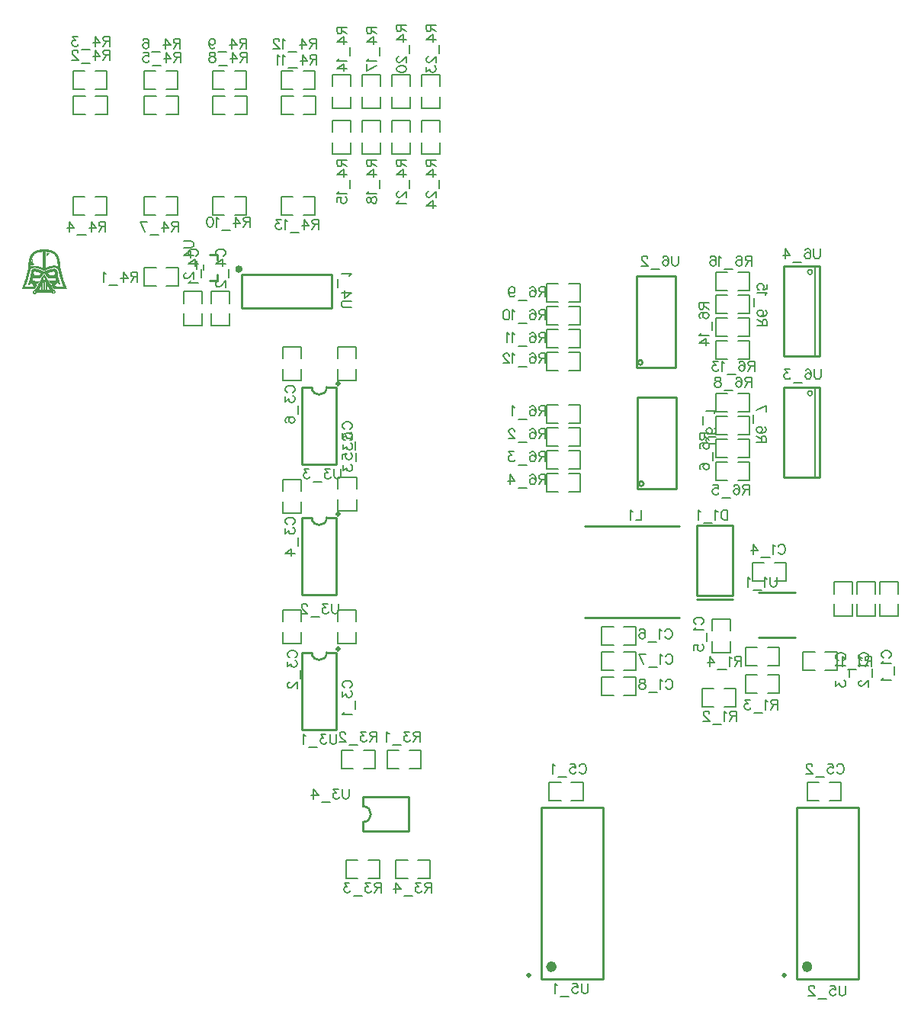
<source format=gbo>
G04 Layer: BottomSilkLayer*
G04 EasyEDA v5.9.42, Thu, 28 Feb 2019 09:02:48 GMT*
G04 e03dab3afe2a44069860df784644e5b2*
G04 Gerber Generator version 0.2*
G04 Scale: 100 percent, Rotated: No, Reflected: No *
G04 Dimensions in millimeters *
G04 leading zeros omitted , absolute positions ,3 integer and 3 decimal *
%FSLAX33Y33*%
%MOMM*%
G90*
G71D02*

%ADD10C,0.254000*%
%ADD23C,0.200000*%
%ADD36C,0.199898*%
%ADD37C,0.177800*%
%ADD38C,0.152400*%
%ADD41C,0.228600*%
%ADD42C,0.127000*%
%ADD43C,0.399999*%
%ADD44C,0.299720*%
%ADD45C,0.599440*%
%ADD46C,0.299999*%

%LPD*%

%LPD*%
G36*
G01X4523Y90260D02*
G01X4505Y90282D01*
G01X4500Y90277D01*
G01X4489Y90260D01*
G01X4472Y90232D01*
G01X4450Y90196D01*
G01X4422Y90150D01*
G01X4391Y90097D01*
G01X4316Y89969D01*
G01X4274Y89896D01*
G01X4182Y89736D01*
G01X4134Y89650D01*
G01X4050Y89501D01*
G01X3973Y89366D01*
G01X3903Y89244D01*
G01X3841Y89134D01*
G01X3785Y89036D01*
G01X3734Y88948D01*
G01X3689Y88871D01*
G01X3648Y88803D01*
G01X3613Y88744D01*
G01X3581Y88693D01*
G01X3554Y88651D01*
G01X3530Y88615D01*
G01X3509Y88585D01*
G01X3490Y88561D01*
G01X3474Y88541D01*
G01X3459Y88527D01*
G01X3446Y88515D01*
G01X3434Y88508D01*
G01X3421Y88502D01*
G01X3410Y88498D01*
G01X3355Y88477D01*
G01X3308Y88446D01*
G01X3269Y88408D01*
G01X3239Y88364D01*
G01X3220Y88316D01*
G01X3211Y88267D01*
G01X3215Y88216D01*
G01X3231Y88167D01*
G01X3264Y88112D01*
G01X3301Y88069D01*
G01X3342Y88038D01*
G01X3387Y88021D01*
G01X3436Y88016D01*
G01X3488Y88023D01*
G01X3544Y88043D01*
G01X3603Y88076D01*
G01X3702Y88140D01*
G01X4826Y88140D01*
G01X4949Y88139D01*
G01X5050Y88138D01*
G01X5132Y88135D01*
G01X5196Y88132D01*
G01X5246Y88129D01*
G01X5283Y88124D01*
G01X5310Y88118D01*
G01X5330Y88111D01*
G01X5345Y88101D01*
G01X5358Y88091D01*
G01X5393Y88063D01*
G01X5433Y88044D01*
G01X5476Y88033D01*
G01X5520Y88030D01*
G01X5565Y88035D01*
G01X5607Y88049D01*
G01X5647Y88070D01*
G01X5682Y88100D01*
G01X5716Y88146D01*
G01X5736Y88197D01*
G01X5743Y88251D01*
G01X5738Y88306D01*
G01X5720Y88358D01*
G01X5690Y88408D01*
G01X5649Y88451D01*
G01X5597Y88487D01*
G01X5578Y88501D01*
G01X5555Y88523D01*
G01X5530Y88555D01*
G01X5500Y88595D01*
G01X5467Y88643D01*
G01X5430Y88701D01*
G01X5390Y88767D01*
G01X5347Y88842D01*
G01X5321Y88887D01*
G01X5293Y88936D01*
G01X5264Y88987D01*
G01X5234Y89041D01*
G01X5171Y89149D01*
G01X5140Y89204D01*
G01X5109Y89257D01*
G01X5079Y89308D01*
G01X5051Y89357D01*
G01X5025Y89402D01*
G01X5001Y89444D01*
G01X4977Y89484D01*
G01X4951Y89529D01*
G01X4924Y89576D01*
G01X4896Y89624D01*
G01X4867Y89675D01*
G01X4808Y89776D01*
G01X4780Y89826D01*
G01X4752Y89875D01*
G01X4725Y89921D01*
G01X4700Y89965D01*
G01X4678Y90005D01*
G01X4615Y90113D01*
G01X4562Y90201D01*
G01X4523Y90260D01*
G37*

%LPC*%
G36*
G01X3473Y88311D02*
G01X3432Y88316D01*
G01X3396Y88297D01*
G01X3381Y88256D01*
G01X3393Y88220D01*
G01X3423Y88198D01*
G01X3461Y88193D01*
G01X3495Y88211D01*
G01X3503Y88223D01*
G01X3507Y88241D01*
G01X3506Y88260D01*
G01X3502Y88279D01*
G01X3473Y88311D01*
G37*
G36*
G01X5558Y88310D02*
G01X5542Y88317D01*
G01X5514Y88316D01*
G01X5490Y88309D01*
G01X5472Y88297D01*
G01X5461Y88279D01*
G01X5458Y88256D01*
G01X5461Y88233D01*
G01X5472Y88215D01*
G01X5490Y88203D01*
G01X5514Y88196D01*
G01X5542Y88195D01*
G01X5558Y88203D01*
G01X5567Y88222D01*
G01X5570Y88256D01*
G01X5567Y88290D01*
G01X5558Y88310D01*
G37*
G36*
G01X4127Y88808D02*
G01X4118Y88814D01*
G01X4105Y88802D01*
G01X4085Y88771D01*
G01X4058Y88721D01*
G01X4023Y88651D01*
G01X3999Y88602D01*
G01X3980Y88561D01*
G01X3966Y88530D01*
G01X3962Y88515D01*
G01X3968Y88510D01*
G01X3987Y88505D01*
G01X4015Y88502D01*
G01X4048Y88501D01*
G01X4135Y88501D01*
G01X4135Y88675D01*
G01X4134Y88738D01*
G01X4132Y88782D01*
G01X4127Y88808D01*
G37*
G36*
G01X4871Y88873D02*
G01X4858Y88888D01*
G01X4856Y88873D01*
G01X4854Y88831D01*
G01X4853Y88770D01*
G01X4852Y88695D01*
G01X4852Y88501D01*
G01X4964Y88501D01*
G01X5007Y88503D01*
G01X5042Y88506D01*
G01X5066Y88511D01*
G01X5075Y88517D01*
G01X5066Y88538D01*
G01X5042Y88582D01*
G01X5009Y88642D01*
G01X4970Y88709D01*
G01X4931Y88775D01*
G01X4897Y88832D01*
G01X4871Y88873D01*
G37*
G36*
G01X4406Y88921D02*
G01X4405Y89340D01*
G01X4358Y89250D01*
G01X4344Y89222D01*
G01X4333Y89191D01*
G01X4325Y89157D01*
G01X4319Y89115D01*
G01X4314Y89064D01*
G01X4311Y89001D01*
G01X4310Y88924D01*
G01X4309Y88830D01*
G01X4310Y88647D01*
G01X4315Y88549D01*
G01X4330Y88509D01*
G01X4358Y88501D01*
G01X4373Y88503D01*
G01X4385Y88510D01*
G01X4394Y88528D01*
G01X4400Y88560D01*
G01X4403Y88611D01*
G01X4405Y88685D01*
G01X4406Y88787D01*
G01X4406Y88921D01*
G37*
G36*
G01X4597Y89348D02*
G01X4590Y89353D01*
G01X4588Y89345D01*
G01X4586Y89320D01*
G01X4584Y89280D01*
G01X4583Y89228D01*
G01X4582Y89165D01*
G01X4581Y89093D01*
G01X4580Y89013D01*
G01X4580Y88793D01*
G01X4581Y88691D01*
G01X4583Y88616D01*
G01X4587Y88564D01*
G01X4593Y88530D01*
G01X4601Y88511D01*
G01X4613Y88503D01*
G01X4627Y88501D01*
G01X4653Y88509D01*
G01X4669Y88542D01*
G01X4681Y88617D01*
G01X4692Y88748D01*
G01X4698Y88853D01*
G01X4701Y88945D01*
G01X4701Y89025D01*
G01X4697Y89094D01*
G01X4689Y89153D01*
G01X4678Y89203D01*
G01X4662Y89247D01*
G01X4643Y89284D01*
G01X4625Y89311D01*
G01X4609Y89333D01*
G01X4597Y89348D01*
G37*
G36*
G01X4517Y89827D02*
G01X4488Y89843D01*
G01X4460Y89842D01*
G01X4435Y89823D01*
G01X4417Y89782D01*
G01X4412Y89753D01*
G01X4409Y89720D01*
G01X4409Y89687D01*
G01X4411Y89659D01*
G01X4440Y89611D01*
G01X4493Y89593D01*
G01X4546Y89607D01*
G01X4575Y89652D01*
G01X4575Y89707D01*
G01X4564Y89756D01*
G01X4543Y89797D01*
G01X4517Y89827D01*
G37*

%LPD*%
G36*
G01X4584Y93012D02*
G01X4553Y93015D01*
G01X4510Y93014D01*
G01X4453Y93009D01*
G01X4377Y93000D01*
G01X4280Y92986D01*
G01X4157Y92967D01*
G01X4058Y92951D01*
G01X3971Y92937D01*
G01X3896Y92923D01*
G01X3829Y92910D01*
G01X3769Y92897D01*
G01X3715Y92883D01*
G01X3666Y92869D01*
G01X3619Y92852D01*
G01X3574Y92834D01*
G01X3528Y92815D01*
G01X3481Y92792D01*
G01X3430Y92766D01*
G01X3377Y92737D01*
G01X3327Y92706D01*
G01X3279Y92673D01*
G01X3233Y92637D01*
G01X3190Y92599D01*
G01X3149Y92558D01*
G01X3110Y92514D01*
G01X3073Y92468D01*
G01X3039Y92419D01*
G01X3006Y92367D01*
G01X2976Y92313D01*
G01X2947Y92256D01*
G01X2920Y92195D01*
G01X2896Y92132D01*
G01X2873Y92066D01*
G01X2852Y91997D01*
G01X2838Y91942D01*
G01X2823Y91877D01*
G01X2809Y91806D01*
G01X2794Y91729D01*
G01X2780Y91648D01*
G01X2756Y91486D01*
G01X2746Y91407D01*
G01X2737Y91333D01*
G01X2730Y91265D01*
G01X2726Y91206D01*
G01X2725Y91157D01*
G01X2724Y91124D01*
G01X2722Y91088D01*
G01X2719Y91050D01*
G01X2715Y91008D01*
G01X2709Y90964D01*
G01X2702Y90917D01*
G01X2695Y90867D01*
G01X2686Y90816D01*
G01X2676Y90762D01*
G01X2665Y90705D01*
G01X2653Y90648D01*
G01X2640Y90588D01*
G01X2626Y90526D01*
G01X2612Y90463D01*
G01X2596Y90399D01*
G01X2580Y90333D01*
G01X2563Y90266D01*
G01X2546Y90198D01*
G01X2527Y90129D01*
G01X2508Y90059D01*
G01X2488Y89989D01*
G01X2468Y89918D01*
G01X2447Y89847D01*
G01X2426Y89775D01*
G01X2404Y89704D01*
G01X2381Y89632D01*
G01X2359Y89560D01*
G01X2312Y89418D01*
G01X2264Y89278D01*
G01X2240Y89209D01*
G01X2215Y89141D01*
G01X2190Y89074D01*
G01X2166Y89008D01*
G01X2140Y88944D01*
G01X2114Y88874D01*
G01X2089Y88809D01*
G01X2067Y88748D01*
G01X2049Y88695D01*
G01X2035Y88651D01*
G01X2025Y88616D01*
G01X2020Y88593D01*
G01X2021Y88583D01*
G01X2030Y88578D01*
G01X2049Y88575D01*
G01X2077Y88572D01*
G01X2114Y88569D01*
G01X2158Y88566D01*
G01X2209Y88564D01*
G01X2267Y88562D01*
G01X2329Y88560D01*
G01X2395Y88558D01*
G01X2464Y88557D01*
G01X2536Y88556D01*
G01X2833Y88556D01*
G01X2905Y88557D01*
G01X2975Y88559D01*
G01X3041Y88561D01*
G01X3103Y88563D01*
G01X3160Y88566D01*
G01X3483Y88584D01*
G01X3709Y88988D01*
G01X3649Y89046D01*
G01X3616Y89089D01*
G01X3616Y89120D01*
G01X3651Y89140D01*
G01X3719Y89146D01*
G01X3752Y89151D01*
G01X3783Y89166D01*
G01X3812Y89193D01*
G01X3841Y89231D01*
G01X3865Y89265D01*
G01X3909Y89320D01*
G01X3923Y89333D01*
G01X3932Y89341D01*
G01X3935Y89347D01*
G01X3934Y89351D01*
G01X3928Y89353D01*
G01X3922Y89356D01*
G01X3922Y89364D01*
G01X3927Y89377D01*
G01X3949Y89410D01*
G01X3952Y89424D01*
G01X3943Y89434D01*
G01X3918Y89443D01*
G01X3874Y89449D01*
G01X3809Y89454D01*
G01X3720Y89459D01*
G01X3603Y89463D01*
G01X3512Y89467D01*
G01X3435Y89473D01*
G01X3371Y89480D01*
G01X3317Y89490D01*
G01X3274Y89502D01*
G01X3242Y89518D01*
G01X3219Y89538D01*
G01X3204Y89561D01*
G01X3196Y89590D01*
G01X3196Y89625D01*
G01X3201Y89665D01*
G01X3212Y89712D01*
G01X3227Y89773D01*
G01X3569Y89756D01*
G01X3678Y89750D01*
G01X3763Y89747D01*
G01X3829Y89747D01*
G01X3879Y89749D01*
G01X3920Y89755D01*
G01X3955Y89766D01*
G01X3989Y89781D01*
G01X4028Y89801D01*
G01X4078Y89828D01*
G01X4118Y89854D01*
G01X4153Y89881D01*
G01X4186Y89916D01*
G01X4219Y89959D01*
G01X4257Y90017D01*
G01X4302Y90091D01*
G01X4357Y90186D01*
G01X4408Y90272D01*
G01X4454Y90341D01*
G01X4488Y90385D01*
G01X4507Y90398D01*
G01X4525Y90376D01*
G01X4559Y90325D01*
G01X4603Y90253D01*
G01X4653Y90168D01*
G01X4694Y90099D01*
G01X4733Y90038D01*
G01X4772Y89984D01*
G01X4810Y89936D01*
G01X4849Y89895D01*
G01X4888Y89859D01*
G01X4930Y89829D01*
G01X4974Y89804D01*
G01X5022Y89783D01*
G01X5073Y89768D01*
G01X5128Y89756D01*
G01X5189Y89749D01*
G01X5256Y89745D01*
G01X5328Y89745D01*
G01X5408Y89747D01*
G01X5495Y89752D01*
G01X5758Y89770D01*
G01X5788Y89700D01*
G01X5803Y89661D01*
G01X5804Y89632D01*
G01X5792Y89604D01*
G01X5764Y89569D01*
G01X5745Y89550D01*
G01X5726Y89535D01*
G01X5702Y89524D01*
G01X5669Y89517D01*
G01X5623Y89512D01*
G01X5560Y89509D01*
G01X5476Y89508D01*
G01X5367Y89508D01*
G01X5234Y89507D01*
G01X5126Y89504D01*
G01X5052Y89499D01*
G01X5025Y89494D01*
G01X5029Y89481D01*
G01X5039Y89456D01*
G01X5054Y89423D01*
G01X5073Y89384D01*
G01X5128Y89287D01*
G01X5184Y89221D01*
G01X5244Y89184D01*
G01X5311Y89172D01*
G01X5368Y89169D01*
G01X5391Y89156D01*
G01X5383Y89128D01*
G01X5346Y89080D01*
G01X5295Y89024D01*
G01X5348Y88924D01*
G01X5375Y88874D01*
G01X5408Y88813D01*
G01X5443Y88747D01*
G01X5477Y88685D01*
G01X5552Y88545D01*
G01X6280Y88559D01*
G01X6378Y88561D01*
G01X6473Y88563D01*
G01X6563Y88566D01*
G01X6648Y88568D01*
G01X6726Y88570D01*
G01X6797Y88573D01*
G01X6859Y88575D01*
G01X6913Y88577D01*
G01X6957Y88580D01*
G01X6990Y88582D01*
G01X7011Y88584D01*
G01X7019Y88586D01*
G01X7015Y88613D01*
G01X6994Y88678D01*
G01X6960Y88769D01*
G01X6916Y88879D01*
G01X6890Y88941D01*
G01X6866Y89003D01*
G01X6816Y89131D01*
G01X6792Y89196D01*
G01X6768Y89262D01*
G01X6720Y89396D01*
G01X6697Y89464D01*
G01X6652Y89600D01*
G01X6608Y89737D01*
G01X6587Y89805D01*
G01X6566Y89874D01*
G01X6546Y89942D01*
G01X6526Y90009D01*
G01X6506Y90077D01*
G01X6488Y90144D01*
G01X6470Y90210D01*
G01X6436Y90340D01*
G01X6420Y90404D01*
G01X6404Y90467D01*
G01X6376Y90589D01*
G01X6363Y90648D01*
G01X6351Y90706D01*
G01X6340Y90762D01*
G01X6329Y90817D01*
G01X6320Y90871D01*
G01X6311Y90922D01*
G01X6304Y90972D01*
G01X6297Y91019D01*
G01X6292Y91065D01*
G01X6287Y91108D01*
G01X6276Y91214D01*
G01X6266Y91315D01*
G01X6254Y91411D01*
G01X6243Y91501D01*
G01X6231Y91587D01*
G01X6218Y91668D01*
G01X6205Y91745D01*
G01X6191Y91817D01*
G01X6177Y91886D01*
G01X6161Y91951D01*
G01X6145Y92013D01*
G01X6128Y92071D01*
G01X6110Y92126D01*
G01X6090Y92179D01*
G01X6070Y92228D01*
G01X6049Y92275D01*
G01X6026Y92320D01*
G01X6002Y92363D01*
G01X5976Y92404D01*
G01X5949Y92444D01*
G01X5921Y92482D01*
G01X5891Y92518D01*
G01X5859Y92555D01*
G01X5826Y92590D01*
G01X5786Y92627D01*
G01X5744Y92663D01*
G01X5698Y92696D01*
G01X5650Y92728D01*
G01X5599Y92758D01*
G01X5544Y92786D01*
G01X5487Y92813D01*
G01X5427Y92837D01*
G01X5365Y92859D01*
G01X5300Y92880D01*
G01X5232Y92897D01*
G01X5162Y92914D01*
G01X5090Y92928D01*
G01X5015Y92940D01*
G01X4938Y92950D01*
G01X4858Y92958D01*
G01X4781Y92966D01*
G01X4712Y92976D01*
G01X4659Y92986D01*
G01X4629Y92996D01*
G01X4609Y93006D01*
G01X4584Y93012D01*
G37*

%LPC*%
G36*
G01X5684Y90923D02*
G01X5633Y90926D01*
G01X5579Y90925D01*
G01X5521Y90922D01*
G01X5461Y90916D01*
G01X5397Y90907D01*
G01X5331Y90894D01*
G01X5261Y90878D01*
G01X5188Y90859D01*
G01X5134Y90844D01*
G01X5076Y90826D01*
G01X5015Y90806D01*
G01X4955Y90786D01*
G01X4896Y90764D01*
G01X4840Y90744D01*
G01X4789Y90723D01*
G01X4745Y90704D01*
G01X4665Y90671D01*
G01X4592Y90643D01*
G01X4533Y90625D01*
G01X4497Y90618D01*
G01X4460Y90625D01*
G01X4396Y90644D01*
G01X4316Y90672D01*
G01X4229Y90706D01*
G01X4175Y90727D01*
G01X4117Y90749D01*
G01X4057Y90769D01*
G01X3995Y90790D01*
G01X3931Y90810D01*
G01X3866Y90829D01*
G01X3801Y90847D01*
G01X3737Y90864D01*
G01X3674Y90879D01*
G01X3613Y90893D01*
G01X3554Y90905D01*
G01X3499Y90915D01*
G01X3449Y90918D01*
G01X3392Y90916D01*
G01X3330Y90907D01*
G01X3265Y90892D01*
G01X3202Y90873D01*
G01X3142Y90850D01*
G01X3088Y90824D01*
G01X3043Y90796D01*
G01X3017Y90774D01*
G01X2995Y90747D01*
G01X2974Y90709D01*
G01X2953Y90658D01*
G01X2930Y90588D01*
G01X2904Y90496D01*
G01X2873Y90379D01*
G01X2837Y90231D01*
G01X2822Y90172D01*
G01X2806Y90110D01*
G01X2789Y90046D01*
G01X2772Y89981D01*
G01X2734Y89847D01*
G01X2715Y89779D01*
G01X2695Y89711D01*
G01X2676Y89644D01*
G01X2656Y89578D01*
G01X2636Y89513D01*
G01X2617Y89449D01*
G01X2597Y89388D01*
G01X2579Y89329D01*
G01X2560Y89272D01*
G01X2542Y89220D01*
G01X2526Y89171D01*
G01X2509Y89126D01*
G01X2495Y89085D01*
G01X2481Y89050D01*
G01X2406Y88862D01*
G01X3377Y88862D01*
G01X3317Y88932D01*
G01X3266Y88990D01*
G01X3219Y89043D01*
G01X3176Y89088D01*
G01X3139Y89127D01*
G01X3108Y89157D01*
G01X3083Y89179D01*
G01X3064Y89194D01*
G01X3053Y89198D01*
G01X3033Y89190D01*
G01X2995Y89168D01*
G01X2945Y89135D01*
G01X2889Y89095D01*
G01X2801Y89034D01*
G01X2743Y89001D01*
G01X2710Y88993D01*
G01X2700Y89011D01*
G01X2703Y89024D01*
G01X2710Y89053D01*
G01X2722Y89097D01*
G01X2737Y89154D01*
G01X2756Y89221D01*
G01X2777Y89297D01*
G01X2801Y89381D01*
G01X2826Y89469D01*
G01X2856Y89574D01*
G01X2882Y89667D01*
G01X2905Y89748D01*
G01X2925Y89820D01*
G01X2942Y89883D01*
G01X2956Y89939D01*
G01X2968Y89989D01*
G01X2978Y90034D01*
G01X2986Y90076D01*
G01X2994Y90116D01*
G01X2999Y90154D01*
G01X3004Y90193D01*
G01X3007Y90234D01*
G01X3011Y90278D01*
G01X3014Y90325D01*
G01X3017Y90379D01*
G01X3029Y90525D01*
G01X3042Y90612D01*
G01X3064Y90666D01*
G01X3101Y90708D01*
G01X3136Y90739D01*
G01X3172Y90765D01*
G01X3209Y90786D01*
G01X3249Y90802D01*
G01X3293Y90815D01*
G01X3342Y90823D01*
G01X3397Y90827D01*
G01X3459Y90829D01*
G01X3505Y90829D01*
G01X3549Y90827D01*
G01X3594Y90823D01*
G01X3638Y90817D01*
G01X3684Y90809D01*
G01X3733Y90798D01*
G01X3785Y90785D01*
G01X3839Y90769D01*
G01X3898Y90751D01*
G01X3962Y90730D01*
G01X4031Y90705D01*
G01X4108Y90677D01*
G01X4242Y90627D01*
G01X4343Y90590D01*
G01X4416Y90565D01*
G01X4469Y90550D01*
G01X4509Y90544D01*
G01X4541Y90546D01*
G01X4572Y90555D01*
G01X4611Y90567D01*
G01X4654Y90581D01*
G01X4692Y90597D01*
G01X4723Y90610D01*
G01X4741Y90620D01*
G01X4769Y90633D01*
G01X4827Y90657D01*
G01X4907Y90688D01*
G01X5001Y90722D01*
G01X5075Y90746D01*
G01X5152Y90767D01*
G01X5229Y90786D01*
G01X5306Y90801D01*
G01X5382Y90812D01*
G01X5456Y90820D01*
G01X5526Y90824D01*
G01X5591Y90825D01*
G01X5651Y90822D01*
G01X5704Y90815D01*
G01X5750Y90804D01*
G01X5787Y90789D01*
G01X5847Y90751D01*
G01X5897Y90706D01*
G01X5938Y90655D01*
G01X5970Y90599D01*
G01X5991Y90538D01*
G01X6002Y90474D01*
G01X6003Y90405D01*
G01X5992Y90333D01*
G01X5988Y90310D01*
G01X5986Y90285D01*
G01X5985Y90258D01*
G01X5988Y90226D01*
G01X5992Y90189D01*
G01X6000Y90145D01*
G01X6012Y90092D01*
G01X6027Y90028D01*
G01X6047Y89952D01*
G01X6071Y89862D01*
G01X6099Y89758D01*
G01X6133Y89635D01*
G01X6166Y89516D01*
G01X6195Y89404D01*
G01X6221Y89303D01*
G01X6243Y89213D01*
G01X6261Y89138D01*
G01X6273Y89081D01*
G01X6280Y89043D01*
G01X6280Y89028D01*
G01X6260Y89031D01*
G01X6219Y89051D01*
G01X6162Y89085D01*
G01X6096Y89131D01*
G01X5928Y89252D01*
G01X5758Y89064D01*
G01X5587Y88876D01*
G01X6089Y88869D01*
G01X6190Y88867D01*
G01X6284Y88866D01*
G01X6508Y88866D01*
G01X6556Y88867D01*
G01X6587Y88869D01*
G01X6599Y88871D01*
G01X6596Y88890D01*
G01X6580Y88938D01*
G01X6555Y89006D01*
G01X6523Y89088D01*
G01X6506Y89130D01*
G01X6490Y89173D01*
G01X6473Y89216D01*
G01X6457Y89261D01*
G01X6440Y89307D01*
G01X6424Y89354D01*
G01X6407Y89402D01*
G01X6391Y89453D01*
G01X6374Y89505D01*
G01X6357Y89558D01*
G01X6339Y89614D01*
G01X6322Y89673D01*
G01X6304Y89733D01*
G01X6286Y89796D01*
G01X6267Y89861D01*
G01X6248Y89930D01*
G01X6228Y90001D01*
G01X6208Y90075D01*
G01X6187Y90152D01*
G01X6166Y90233D01*
G01X6144Y90317D01*
G01X6121Y90405D01*
G01X6097Y90496D01*
G01X6073Y90592D01*
G01X6057Y90649D01*
G01X6040Y90698D01*
G01X6020Y90739D01*
G01X5997Y90774D01*
G01X5970Y90804D01*
G01X5938Y90831D01*
G01X5900Y90855D01*
G01X5854Y90879D01*
G01X5817Y90895D01*
G01X5775Y90907D01*
G01X5731Y90916D01*
G01X5684Y90923D01*
G37*
G36*
G01X3498Y90485D02*
G01X3401Y90486D01*
G01X3347Y90480D01*
G01X3324Y90465D01*
G01X3319Y90438D01*
G01X3333Y90357D01*
G01X3369Y90249D01*
G01X3412Y90151D01*
G01X3448Y90098D01*
G01X3477Y90090D01*
G01X3533Y90083D01*
G01X3607Y90078D01*
G01X3692Y90076D01*
G01X3768Y90078D01*
G01X3830Y90082D01*
G01X3879Y90090D01*
G01X3919Y90105D01*
G01X3951Y90127D01*
G01X3980Y90157D01*
G01X4006Y90197D01*
G01X4033Y90248D01*
G01X4055Y90302D01*
G01X4054Y90338D01*
G01X4026Y90365D01*
G01X3968Y90389D01*
G01X3896Y90414D01*
G01X3833Y90435D01*
G01X3775Y90451D01*
G01X3722Y90464D01*
G01X3669Y90473D01*
G01X3615Y90479D01*
G01X3559Y90483D01*
G01X3498Y90485D01*
G37*
G36*
G01X5579Y90489D02*
G01X5510Y90489D01*
G01X5416Y90485D01*
G01X5327Y90474D01*
G01X5238Y90454D01*
G01X5145Y90425D01*
G01X5074Y90400D01*
G01X5015Y90379D01*
G01X4974Y90365D01*
G01X4958Y90360D01*
G01X4947Y90345D01*
G01X4954Y90311D01*
G01X4973Y90269D01*
G01X5001Y90231D01*
G01X5018Y90211D01*
G01X5030Y90194D01*
G01X5035Y90183D01*
G01X5032Y90178D01*
G01X5029Y90174D01*
G01X5036Y90163D01*
G01X5050Y90147D01*
G01X5071Y90127D01*
G01X5109Y90101D01*
G01X5160Y90086D01*
G01X5235Y90078D01*
G01X5347Y90076D01*
G01X5427Y90077D01*
G01X5488Y90079D01*
G01X5534Y90086D01*
G01X5568Y90100D01*
G01X5593Y90123D01*
G01X5613Y90157D01*
G01X5632Y90205D01*
G01X5652Y90268D01*
G01X5675Y90340D01*
G01X5689Y90394D01*
G01X5693Y90433D01*
G01X5686Y90460D01*
G01X5666Y90476D01*
G01X5631Y90485D01*
G01X5579Y90489D01*
G37*
G36*
G01X4333Y91705D02*
G01X4333Y92690D01*
G01X4141Y92672D01*
G01X4055Y92662D01*
G01X3962Y92648D01*
G01X3875Y92632D01*
G01X3803Y92616D01*
G01X3747Y92599D01*
G01X3695Y92581D01*
G01X3644Y92562D01*
G01X3596Y92541D01*
G01X3551Y92518D01*
G01X3507Y92493D01*
G01X3466Y92466D01*
G01X3427Y92437D01*
G01X3390Y92406D01*
G01X3355Y92372D01*
G01X3322Y92337D01*
G01X3291Y92298D01*
G01X3262Y92257D01*
G01X3235Y92214D01*
G01X3209Y92168D01*
G01X3186Y92120D01*
G01X3164Y92068D01*
G01X3143Y92014D01*
G01X3124Y91957D01*
G01X3106Y91897D01*
G01X3091Y91834D01*
G01X3076Y91767D01*
G01X3062Y91698D01*
G01X3050Y91625D01*
G01X3038Y91538D01*
G01X3028Y91446D01*
G01X3020Y91356D01*
G01X3014Y91270D01*
G01X3012Y91196D01*
G01X3012Y91136D01*
G01X3015Y91097D01*
G01X3022Y91082D01*
G01X3037Y91086D01*
G01X3063Y91095D01*
G01X3098Y91108D01*
G01X3136Y91125D01*
G01X3194Y91144D01*
G01X3261Y91155D01*
G01X3349Y91158D01*
G01X3467Y91153D01*
G01X3527Y91149D01*
G01X3583Y91145D01*
G01X3636Y91139D01*
G01X3687Y91133D01*
G01X3736Y91125D01*
G01X3785Y91115D01*
G01X3835Y91104D01*
G01X3886Y91091D01*
G01X3940Y91076D01*
G01X3997Y91058D01*
G01X4059Y91038D01*
G01X4126Y91015D01*
G01X4196Y90991D01*
G01X4255Y90972D01*
G01X4299Y90958D01*
G01X4318Y90953D01*
G01X4320Y90961D01*
G01X4322Y90985D01*
G01X4324Y91022D01*
G01X4326Y91073D01*
G01X4327Y91135D01*
G01X4329Y91209D01*
G01X4330Y91292D01*
G01X4331Y91385D01*
G01X4332Y91485D01*
G01X4332Y91592D01*
G01X4333Y91705D01*
G37*
G36*
G01X4796Y92679D02*
G01X4679Y92683D01*
G01X4679Y90959D01*
G01X4945Y91048D01*
G01X5029Y91075D01*
G01X5109Y91098D01*
G01X5186Y91118D01*
G01X5261Y91136D01*
G01X5332Y91150D01*
G01X5401Y91161D01*
G01X5469Y91169D01*
G01X5533Y91173D01*
G01X5595Y91175D01*
G01X5655Y91173D01*
G01X5713Y91169D01*
G01X5770Y91162D01*
G01X5837Y91151D01*
G01X5897Y91142D01*
G01X5943Y91136D01*
G01X5967Y91134D01*
G01X5977Y91141D01*
G01X5983Y91162D01*
G01X5987Y91194D01*
G01X5988Y91236D01*
G01X5987Y91288D01*
G01X5983Y91346D01*
G01X5977Y91411D01*
G01X5968Y91479D01*
G01X5958Y91551D01*
G01X5946Y91623D01*
G01X5932Y91696D01*
G01X5916Y91767D01*
G01X5896Y91845D01*
G01X5876Y91918D01*
G01X5855Y91985D01*
G01X5833Y92048D01*
G01X5810Y92107D01*
G01X5786Y92161D01*
G01X5760Y92211D01*
G01X5733Y92258D01*
G01X5704Y92301D01*
G01X5673Y92340D01*
G01X5640Y92376D01*
G01X5605Y92410D01*
G01X5568Y92440D01*
G01X5528Y92469D01*
G01X5487Y92495D01*
G01X5442Y92518D01*
G01X5388Y92545D01*
G01X5335Y92568D01*
G01X5284Y92589D01*
G01X5234Y92608D01*
G01X5184Y92624D01*
G01X5133Y92637D01*
G01X5082Y92649D01*
G01X5030Y92658D01*
G01X4975Y92666D01*
G01X4919Y92672D01*
G01X4859Y92676D01*
G01X4796Y92679D01*
G37*

%LPD*%
G36*
G01X3189Y91842D02*
G01X3172Y91854D01*
G01X3150Y91826D01*
G01X3124Y91760D01*
G01X3108Y91699D01*
G01X3096Y91622D01*
G01X3086Y91537D01*
G01X3078Y91450D01*
G01X3075Y91369D01*
G01X3076Y91300D01*
G01X3081Y91251D01*
G01X3092Y91227D01*
G01X3112Y91225D01*
G01X3154Y91227D01*
G01X3209Y91232D01*
G01X3272Y91239D01*
G01X3336Y91248D01*
G01X3393Y91258D01*
G01X3437Y91268D01*
G01X3460Y91276D01*
G01X3455Y91287D01*
G01X3434Y91313D01*
G01X3401Y91350D01*
G01X3361Y91395D01*
G01X3324Y91440D01*
G01X3291Y91486D01*
G01X3263Y91534D01*
G01X3239Y91585D01*
G01X3220Y91636D01*
G01X3206Y91687D01*
G01X3198Y91739D01*
G01X3195Y91789D01*
G01X3189Y91842D01*
G37*

%LPD*%
G36*
G01X4836Y92600D02*
G01X4820Y92603D01*
G01X4799Y92592D01*
G01X4786Y92550D01*
G01X4781Y92473D01*
G01X4783Y92358D01*
G01X4790Y92180D01*
G01X4848Y92285D01*
G01X4879Y92332D01*
G01X4919Y92380D01*
G01X4963Y92424D01*
G01X5007Y92459D01*
G01X5066Y92502D01*
G01X5077Y92530D01*
G01X5037Y92551D01*
G01X4939Y92577D01*
G01X4899Y92586D01*
G01X4836Y92600D01*
G37*

%LPD*%
G54D36*
G01X10150Y98858D02*
G01X11468Y98858D01*
G01X11468Y96788D01*
G01X10150Y96788D01*
G01X9017Y98858D02*
G01X7696Y98858D01*
G01X7696Y96788D01*
G01X9017Y96788D01*
G01X9037Y107964D02*
G01X7719Y107964D01*
G01X7719Y110034D01*
G01X9037Y110034D01*
G01X10170Y107964D02*
G01X11491Y107964D01*
G01X11491Y110034D01*
G01X10170Y110034D01*
G01X10147Y112828D02*
G01X11468Y112828D01*
G01X11468Y110758D01*
G01X10147Y110758D01*
G01X9017Y112828D02*
G01X7696Y112828D01*
G01X7696Y110758D01*
G01X9017Y110758D01*
G01X18024Y98858D02*
G01X19342Y98858D01*
G01X19342Y96788D01*
G01X18024Y96788D01*
G01X16891Y98858D02*
G01X15570Y98858D01*
G01X15570Y96788D01*
G01X16891Y96788D01*
G01X16911Y107964D02*
G01X15593Y107964D01*
G01X15593Y110034D01*
G01X16911Y110034D01*
G01X18044Y107964D02*
G01X19365Y107964D01*
G01X19365Y110034D01*
G01X18044Y110034D01*
G01X18021Y112828D02*
G01X19342Y112828D01*
G01X19342Y110758D01*
G01X18021Y110758D01*
G01X16891Y112828D02*
G01X15570Y112828D01*
G01X15570Y110758D01*
G01X16891Y110758D01*
G01X25644Y98858D02*
G01X26962Y98858D01*
G01X26962Y96788D01*
G01X25644Y96788D01*
G01X24511Y98858D02*
G01X23190Y98858D01*
G01X23190Y96788D01*
G01X24511Y96788D01*
G01X24531Y107964D02*
G01X23213Y107964D01*
G01X23213Y110034D01*
G01X24531Y110034D01*
G01X25664Y107964D02*
G01X26985Y107964D01*
G01X26985Y110034D01*
G01X25664Y110034D01*
G01X25641Y112828D02*
G01X26962Y112828D01*
G01X26962Y110758D01*
G01X25641Y110758D01*
G01X24511Y112828D02*
G01X23190Y112828D01*
G01X23190Y110758D01*
G01X24511Y110758D01*
G01X33264Y98858D02*
G01X34582Y98858D01*
G01X34582Y96788D01*
G01X33264Y96788D01*
G01X32131Y98858D02*
G01X30810Y98858D01*
G01X30810Y96788D01*
G01X32131Y96788D01*
G01X32151Y107964D02*
G01X30833Y107964D01*
G01X30833Y110034D01*
G01X32151Y110034D01*
G01X33284Y107964D02*
G01X34605Y107964D01*
G01X34605Y110034D01*
G01X33284Y110034D01*
G01X33261Y112828D02*
G01X34582Y112828D01*
G01X34582Y110758D01*
G01X33261Y110758D01*
G01X32131Y112828D02*
G01X30810Y112828D01*
G01X30810Y110758D01*
G01X32131Y110758D01*
G01X43893Y35320D02*
G01X42575Y35320D01*
G01X42575Y37390D01*
G01X43893Y37390D01*
G01X45026Y35320D02*
G01X46347Y35320D01*
G01X46347Y37390D01*
G01X45026Y37390D01*
G01X38816Y35317D02*
G01X37495Y35317D01*
G01X37495Y37387D01*
G01X38816Y37387D01*
G01X39946Y35317D02*
G01X41267Y35317D01*
G01X41267Y37387D01*
G01X39946Y37387D01*
G01X39324Y23125D02*
G01X38003Y23125D01*
G01X38003Y25195D01*
G01X39324Y25195D01*
G01X40454Y23125D02*
G01X41775Y23125D01*
G01X41775Y25195D01*
G01X40454Y25195D01*
G01X46019Y25198D02*
G01X47340Y25198D01*
G01X47340Y23128D01*
G01X46019Y23128D01*
G01X44889Y25198D02*
G01X43568Y25198D01*
G01X43568Y23128D01*
G01X44889Y23128D01*
G01X25108Y85840D02*
G01X25108Y84517D01*
G01X23038Y84517D01*
G01X23038Y85838D01*
G01X25108Y86968D02*
G01X25108Y88289D01*
G01X23038Y88289D01*
G01X23038Y86968D01*
G54D10*
G01X26436Y86897D02*
G01X26436Y90151D01*
G01X36388Y90151D01*
G01X36388Y86468D01*
G01X26436Y86468D01*
G01X26436Y86897D01*
G01X23706Y91764D02*
G01X23706Y92424D01*
G01X23706Y91764D01*
G01X23706Y92424D01*
G01X22890Y92424D01*
G01X22890Y89503D02*
G01X23706Y89503D01*
G01X23706Y90163D01*
G54D23*
G01X22156Y90664D02*
G01X22156Y91263D01*
G54D36*
G01X22060Y85835D02*
G01X22060Y84517D01*
G01X19990Y84517D01*
G01X19990Y85835D01*
G01X22060Y86968D02*
G01X22060Y88289D01*
G01X19990Y88289D01*
G01X19990Y86968D01*
G01X16911Y88911D02*
G01X15593Y88911D01*
G01X15593Y90981D01*
G01X16911Y90981D01*
G01X18044Y88911D02*
G01X19365Y88911D01*
G01X19365Y90981D01*
G01X18044Y90981D01*
G01X46403Y111075D02*
G01X46403Y112396D01*
G01X48473Y112396D01*
G01X48473Y111075D01*
G01X46403Y109945D02*
G01X46403Y108624D01*
G01X48473Y108624D01*
G01X48473Y109945D01*
G01X46403Y105995D02*
G01X46403Y107316D01*
G01X48473Y107316D01*
G01X48473Y105995D01*
G01X46403Y104865D02*
G01X46403Y103544D01*
G01X48473Y103544D01*
G01X48473Y104865D01*
G01X36497Y111075D02*
G01X36497Y112396D01*
G01X38567Y112396D01*
G01X38567Y111075D01*
G01X36497Y109945D02*
G01X36497Y108624D01*
G01X38567Y108624D01*
G01X38567Y109945D01*
G01X36497Y105995D02*
G01X36497Y107316D01*
G01X38567Y107316D01*
G01X38567Y105995D01*
G01X36497Y104865D02*
G01X36497Y103544D01*
G01X38567Y103544D01*
G01X38567Y104865D01*
G01X39799Y111075D02*
G01X39799Y112396D01*
G01X41869Y112396D01*
G01X41869Y111075D01*
G01X39799Y109945D02*
G01X39799Y108624D01*
G01X41869Y108624D01*
G01X41869Y109945D01*
G01X39799Y105995D02*
G01X39799Y107316D01*
G01X41869Y107316D01*
G01X41869Y105995D01*
G01X39799Y104865D02*
G01X39799Y103544D01*
G01X41869Y103544D01*
G01X41869Y104865D01*
G01X43101Y111075D02*
G01X43101Y112396D01*
G01X45171Y112396D01*
G01X45171Y111075D01*
G01X43101Y109945D02*
G01X43101Y108624D01*
G01X45171Y108624D01*
G01X45171Y109945D01*
G01X43101Y105995D02*
G01X43101Y107316D01*
G01X45171Y107316D01*
G01X45171Y105995D01*
G01X43101Y104865D02*
G01X43101Y103544D01*
G01X45171Y103544D01*
G01X45171Y104865D01*
G54D10*
G01X59690Y11970D02*
G01X66548Y11970D01*
G01X66548Y31020D01*
G01X59690Y31020D01*
G01X59690Y11970D01*
G54D36*
G01X63037Y33831D02*
G01X64358Y33831D01*
G01X64358Y31761D01*
G01X63037Y31761D01*
G01X61907Y33831D02*
G01X60586Y33831D01*
G01X60586Y31761D01*
G01X61907Y31761D01*
G54D10*
G01X88080Y11970D02*
G01X94938Y11970D01*
G01X94938Y31020D01*
G01X88080Y31020D01*
G01X88080Y11970D01*
G54D36*
G01X91681Y33831D02*
G01X93002Y33831D01*
G01X93002Y31761D01*
G01X91681Y31761D01*
G01X90551Y33831D02*
G01X89230Y33831D01*
G01X89230Y31761D01*
G01X90551Y31761D01*
G01X62725Y81586D02*
G01X64046Y81586D01*
G01X64046Y79516D01*
G01X62725Y79516D01*
G01X61595Y81586D02*
G01X60274Y81586D01*
G01X60274Y79516D01*
G01X61595Y79516D01*
G01X62725Y84126D02*
G01X64046Y84126D01*
G01X64046Y82056D01*
G01X62725Y82056D01*
G01X61595Y84126D02*
G01X60274Y84126D01*
G01X60274Y82056D01*
G01X61595Y82056D01*
G01X62725Y86666D02*
G01X64046Y86666D01*
G01X64046Y84596D01*
G01X62725Y84596D01*
G01X61595Y86666D02*
G01X60274Y86666D01*
G01X60274Y84596D01*
G01X61595Y84596D01*
G01X62725Y89206D02*
G01X64046Y89206D01*
G01X64046Y87136D01*
G01X62725Y87136D01*
G01X61595Y89206D02*
G01X60274Y89206D01*
G01X60274Y87136D01*
G01X61595Y87136D01*
G01X62728Y68121D02*
G01X64046Y68121D01*
G01X64046Y66051D01*
G01X62728Y66051D01*
G01X61595Y68121D02*
G01X60274Y68121D01*
G01X60274Y66051D01*
G01X61595Y66051D01*
G01X62728Y70661D02*
G01X64046Y70661D01*
G01X64046Y68591D01*
G01X62728Y68591D01*
G01X61595Y70661D02*
G01X60274Y70661D01*
G01X60274Y68591D01*
G01X61595Y68591D01*
G01X62728Y73201D02*
G01X64046Y73201D01*
G01X64046Y71131D01*
G01X62728Y71131D01*
G01X61595Y73201D02*
G01X60274Y73201D01*
G01X60274Y71131D01*
G01X61595Y71131D01*
G01X62728Y75741D02*
G01X64046Y75741D01*
G01X64046Y73671D01*
G01X62728Y73671D01*
G01X61595Y75741D02*
G01X60274Y75741D01*
G01X60274Y73671D01*
G01X61595Y73671D01*
G01X99331Y53580D02*
G01X99331Y52259D01*
G01X97261Y52259D01*
G01X97261Y53580D01*
G01X99331Y54710D02*
G01X99331Y56031D01*
G01X97261Y56031D01*
G01X97261Y54710D01*
G01X78664Y50623D02*
G01X78664Y51944D01*
G01X80734Y51944D01*
G01X80734Y50623D01*
G01X78664Y49493D02*
G01X78664Y48172D01*
G01X80734Y48172D01*
G01X80734Y49493D01*
G01X94251Y53580D02*
G01X94251Y52259D01*
G01X92181Y52259D01*
G01X92181Y53580D01*
G01X94251Y54710D02*
G01X94251Y56031D01*
G01X92181Y56031D01*
G01X92181Y54710D01*
G01X90066Y46239D02*
G01X88745Y46239D01*
G01X88745Y48309D01*
G01X90066Y48309D01*
G01X91196Y46239D02*
G01X92517Y46239D01*
G01X92517Y48309D01*
G01X91196Y48309D01*
G01X80000Y44245D02*
G01X81318Y44245D01*
G01X81318Y42175D01*
G01X80000Y42175D01*
G01X78867Y44245D02*
G01X77546Y44245D01*
G01X77546Y42175D01*
G01X78867Y42175D01*
G54D10*
G01X76937Y54720D02*
G01X76937Y62322D01*
G01X80934Y62322D01*
G01X80934Y54522D01*
G01X76937Y54522D01*
G01X76937Y54720D01*
G01X76937Y54121D02*
G01X80934Y54121D01*
G54D36*
G01X96791Y53580D02*
G01X96791Y52259D01*
G01X94721Y52259D01*
G01X94721Y53580D01*
G01X96791Y54710D02*
G01X96791Y56031D01*
G01X94721Y56031D01*
G01X94721Y54710D01*
G54D10*
G01X75049Y62287D02*
G01X64534Y62287D01*
G01X75049Y52076D02*
G01X64534Y52076D01*
G54D36*
G01X67714Y49033D02*
G01X66393Y49033D01*
G01X66393Y51103D01*
G01X67714Y51103D01*
G01X68844Y49033D02*
G01X70165Y49033D01*
G01X70165Y51103D01*
G01X68844Y51103D01*
G01X67714Y46239D02*
G01X66393Y46239D01*
G01X66393Y48309D01*
G01X67714Y48309D01*
G01X68844Y46239D02*
G01X70165Y46239D01*
G01X70165Y48309D01*
G01X68844Y48309D01*
G01X67714Y43445D02*
G01X66393Y43445D01*
G01X66393Y45515D01*
G01X67714Y45515D01*
G01X68844Y43445D02*
G01X70165Y43445D01*
G01X70165Y45515D01*
G01X68844Y45515D01*
G01X84826Y48817D02*
G01X86144Y48817D01*
G01X86144Y46747D01*
G01X84826Y46747D01*
G01X83693Y48817D02*
G01X82372Y48817D01*
G01X82372Y46747D01*
G01X83693Y46747D01*
G01X84826Y45769D02*
G01X86144Y45769D01*
G01X86144Y43699D01*
G01X84826Y43699D01*
G01X83693Y45769D02*
G01X82372Y45769D01*
G01X82372Y43699D01*
G01X83693Y43699D01*
G54D41*
G01X70277Y79848D02*
G01X70277Y90039D01*
G01X74574Y90039D01*
G01X74574Y79848D01*
G01X70277Y79848D01*
G54D36*
G01X81524Y82853D02*
G01X82842Y82853D01*
G01X82842Y80783D01*
G01X81524Y80783D01*
G01X80391Y82853D02*
G01X79070Y82853D01*
G01X79070Y80783D01*
G01X80391Y80783D01*
G01X81524Y69391D02*
G01X82842Y69391D01*
G01X82842Y67321D01*
G01X81524Y67321D01*
G01X80391Y69391D02*
G01X79070Y69391D01*
G01X79070Y67321D01*
G01X80391Y67321D01*
G01X81524Y71931D02*
G01X82842Y71931D01*
G01X82842Y69861D01*
G01X81524Y69861D01*
G01X80391Y71931D02*
G01X79070Y71931D01*
G01X79070Y69861D01*
G01X80391Y69861D01*
G01X81524Y74471D02*
G01X82842Y74471D01*
G01X82842Y72401D01*
G01X81524Y72401D01*
G01X80391Y74471D02*
G01X79070Y74471D01*
G01X79070Y72401D01*
G01X80391Y72401D01*
G01X81524Y77011D02*
G01X82842Y77011D01*
G01X82842Y74941D01*
G01X81524Y74941D01*
G01X80391Y77011D02*
G01X79070Y77011D01*
G01X79070Y74941D01*
G01X80391Y74941D01*
G01X81524Y87933D02*
G01X82842Y87933D01*
G01X82842Y85863D01*
G01X81524Y85863D01*
G01X80391Y87933D02*
G01X79070Y87933D01*
G01X79070Y85863D01*
G01X80391Y85863D01*
G01X81524Y90473D02*
G01X82842Y90473D01*
G01X82842Y88403D01*
G01X81524Y88403D01*
G01X80391Y90473D02*
G01X79070Y90473D01*
G01X79070Y88403D01*
G01X80391Y88403D01*
G01X81524Y85393D02*
G01X82842Y85393D01*
G01X82842Y83323D01*
G01X81524Y83323D01*
G01X80391Y85393D02*
G01X79070Y85393D01*
G01X79070Y83323D01*
G01X80391Y83323D01*
G01X85588Y58215D02*
G01X86906Y58215D01*
G01X86906Y56145D01*
G01X85588Y56145D01*
G01X84455Y58215D02*
G01X83134Y58215D01*
G01X83134Y56145D01*
G01X84455Y56145D01*
G54D42*
G01X90089Y91139D02*
G01X90089Y81136D01*
G54D10*
G01X86589Y91139D02*
G01X86589Y81136D01*
G01X86589Y81136D02*
G01X90586Y81136D01*
G01X90586Y81136D02*
G01X90586Y91139D01*
G01X90586Y91139D02*
G01X86589Y91139D01*
G54D42*
G01X90089Y77677D02*
G01X90089Y67674D01*
G54D10*
G01X86589Y77677D02*
G01X86589Y67674D01*
G01X86589Y67674D02*
G01X90586Y67674D01*
G01X90586Y67674D02*
G01X90586Y77677D01*
G01X90586Y77677D02*
G01X86589Y77677D01*
G01X36931Y77679D02*
G01X36931Y69094D01*
G01X33147Y69094D01*
G01X33147Y77654D01*
G01X36931Y77679D02*
G01X35864Y77679D01*
G01X34213Y77654D02*
G01X33147Y77654D01*
G01X39878Y28353D02*
G01X44958Y28353D01*
G01X44958Y28353D02*
G01X44958Y32163D01*
G01X44958Y32163D02*
G01X39878Y32163D01*
G01X39878Y28353D02*
G01X39878Y29369D01*
G01X39878Y32163D02*
G01X39878Y31147D01*
G54D36*
G01X37122Y66372D02*
G01X37122Y67693D01*
G01X39193Y67693D01*
G01X39193Y66372D01*
G01X37122Y65240D02*
G01X37122Y63920D01*
G01X39193Y63920D01*
G01X39193Y65240D01*
G54D10*
G01X36931Y63201D02*
G01X36931Y54616D01*
G01X33147Y54616D01*
G01X33147Y63176D01*
G01X36931Y63201D02*
G01X35864Y63201D01*
G01X34213Y63176D02*
G01X33147Y63176D01*
G01X36931Y48215D02*
G01X36931Y39630D01*
G01X33147Y39630D01*
G01X33147Y48190D01*
G01X36931Y48215D02*
G01X35864Y48215D01*
G01X34213Y48190D02*
G01X33147Y48190D01*
G54D36*
G01X30968Y66118D02*
G01X30968Y67439D01*
G01X33039Y67439D01*
G01X33039Y66118D01*
G01X30968Y64986D02*
G01X30968Y63666D01*
G01X33039Y63666D01*
G01X33039Y64986D01*
G01X37064Y80850D02*
G01X37064Y82171D01*
G01X39135Y82171D01*
G01X39135Y80850D01*
G01X37064Y79718D02*
G01X37064Y78398D01*
G01X39135Y78398D01*
G01X39135Y79718D01*
G01X30968Y80850D02*
G01X30968Y82171D01*
G01X33039Y82171D01*
G01X33039Y80850D01*
G01X30968Y79718D02*
G01X30968Y78398D01*
G01X33039Y78398D01*
G01X33039Y79718D01*
G01X37066Y51642D02*
G01X37066Y52960D01*
G01X39136Y52960D01*
G01X39136Y51642D01*
G01X37066Y50509D02*
G01X37066Y49188D01*
G01X39136Y49188D01*
G01X39136Y50509D01*
G01X30967Y51642D02*
G01X30967Y52960D01*
G01X33037Y52960D01*
G01X33037Y51642D01*
G01X30967Y50509D02*
G01X30967Y49188D01*
G01X33037Y49188D01*
G01X33037Y50509D01*
G54D41*
G01X70391Y66388D02*
G01X70391Y76577D01*
G01X74691Y76577D01*
G01X74691Y66388D01*
G01X70391Y66388D01*
G54D10*
G01X87851Y49856D02*
G01X83852Y49856D01*
G01X87851Y54855D02*
G01X83852Y54855D01*
G54D37*
G01X11303Y96044D02*
G01X11303Y94954D01*
G01X11303Y96044D02*
G01X10836Y96044D01*
G01X10681Y95993D01*
G01X10627Y95942D01*
G01X10576Y95838D01*
G01X10576Y95734D01*
G01X10627Y95629D01*
G01X10681Y95576D01*
G01X10836Y95525D01*
G01X11303Y95525D01*
G01X10940Y95525D02*
G01X10576Y94954D01*
G01X9713Y96044D02*
G01X10234Y95317D01*
G01X9454Y95317D01*
G01X9713Y96044D02*
G01X9713Y94954D01*
G01X9111Y94591D02*
G01X8176Y94591D01*
G01X7313Y96044D02*
G01X7833Y95317D01*
G01X7054Y95317D01*
G01X7313Y96044D02*
G01X7313Y94954D01*
G01X11760Y115094D02*
G01X11760Y114004D01*
G01X11760Y115094D02*
G01X11293Y115094D01*
G01X11138Y115043D01*
G01X11084Y114992D01*
G01X11034Y114888D01*
G01X11034Y114784D01*
G01X11084Y114679D01*
G01X11138Y114626D01*
G01X11293Y114575D01*
G01X11760Y114575D01*
G01X11397Y114575D02*
G01X11034Y114004D01*
G01X10170Y115094D02*
G01X10691Y114367D01*
G01X9911Y114367D01*
G01X10170Y115094D02*
G01X10170Y114004D01*
G01X9568Y113641D02*
G01X8633Y113641D01*
G01X8237Y114834D02*
G01X8237Y114888D01*
G01X8186Y114992D01*
G01X8133Y115043D01*
G01X8029Y115094D01*
G01X7823Y115094D01*
G01X7719Y115043D01*
G01X7666Y114992D01*
G01X7615Y114888D01*
G01X7615Y114784D01*
G01X7666Y114679D01*
G01X7770Y114522D01*
G01X8290Y114004D01*
G01X7562Y114004D01*
G01X11760Y116618D02*
G01X11760Y115528D01*
G01X11760Y116618D02*
G01X11293Y116618D01*
G01X11138Y116567D01*
G01X11084Y116516D01*
G01X11034Y116412D01*
G01X11034Y116308D01*
G01X11084Y116203D01*
G01X11138Y116150D01*
G01X11293Y116099D01*
G01X11760Y116099D01*
G01X11397Y116099D02*
G01X11034Y115528D01*
G01X10170Y116618D02*
G01X10691Y115891D01*
G01X9911Y115891D01*
G01X10170Y116618D02*
G01X10170Y115528D01*
G01X9568Y115165D02*
G01X8633Y115165D01*
G01X8186Y116618D02*
G01X7615Y116618D01*
G01X7925Y116203D01*
G01X7770Y116203D01*
G01X7666Y116150D01*
G01X7615Y116099D01*
G01X7562Y115944D01*
G01X7562Y115840D01*
G01X7615Y115683D01*
G01X7719Y115579D01*
G01X7874Y115528D01*
G01X8029Y115528D01*
G01X8186Y115579D01*
G01X8237Y115632D01*
G01X8290Y115736D01*
G01X19380Y96044D02*
G01X19380Y94954D01*
G01X19380Y96044D02*
G01X18913Y96044D01*
G01X18758Y95993D01*
G01X18704Y95942D01*
G01X18654Y95838D01*
G01X18654Y95734D01*
G01X18704Y95629D01*
G01X18758Y95576D01*
G01X18913Y95525D01*
G01X19380Y95525D01*
G01X19017Y95525D02*
G01X18654Y94954D01*
G01X17790Y96044D02*
G01X18311Y95317D01*
G01X17531Y95317D01*
G01X17790Y96044D02*
G01X17790Y94954D01*
G01X17188Y94591D02*
G01X16253Y94591D01*
G01X15182Y96044D02*
G01X15702Y94954D01*
G01X15910Y96044D02*
G01X15182Y96044D01*
G01X19634Y114840D02*
G01X19634Y113750D01*
G01X19634Y114840D02*
G01X19167Y114840D01*
G01X19012Y114789D01*
G01X18958Y114738D01*
G01X18908Y114634D01*
G01X18908Y114530D01*
G01X18958Y114425D01*
G01X19012Y114372D01*
G01X19167Y114321D01*
G01X19634Y114321D01*
G01X19271Y114321D02*
G01X18908Y113750D01*
G01X18044Y114840D02*
G01X18565Y114113D01*
G01X17785Y114113D01*
G01X18044Y114840D02*
G01X18044Y113750D01*
G01X17442Y113387D02*
G01X16507Y113387D01*
G01X15540Y114840D02*
G01X16060Y114840D01*
G01X16111Y114372D01*
G01X16060Y114425D01*
G01X15903Y114476D01*
G01X15748Y114476D01*
G01X15593Y114425D01*
G01X15489Y114321D01*
G01X15436Y114166D01*
G01X15436Y114062D01*
G01X15489Y113905D01*
G01X15593Y113801D01*
G01X15748Y113750D01*
G01X15903Y113750D01*
G01X16060Y113801D01*
G01X16111Y113854D01*
G01X16164Y113958D01*
G01X19581Y116364D02*
G01X19581Y115274D01*
G01X19581Y116364D02*
G01X19113Y116364D01*
G01X18959Y116313D01*
G01X18905Y116262D01*
G01X18854Y116158D01*
G01X18854Y116054D01*
G01X18905Y115949D01*
G01X18959Y115896D01*
G01X19113Y115845D01*
G01X19581Y115845D01*
G01X19218Y115845D02*
G01X18854Y115274D01*
G01X17991Y116364D02*
G01X18511Y115637D01*
G01X17732Y115637D01*
G01X17991Y116364D02*
G01X17991Y115274D01*
G01X17389Y114911D02*
G01X16454Y114911D01*
G01X15486Y116209D02*
G01X15540Y116313D01*
G01X15695Y116364D01*
G01X15799Y116364D01*
G01X15954Y116313D01*
G01X16058Y116158D01*
G01X16111Y115896D01*
G01X16111Y115637D01*
G01X16058Y115429D01*
G01X15954Y115325D01*
G01X15799Y115274D01*
G01X15745Y115274D01*
G01X15590Y115325D01*
G01X15486Y115429D01*
G01X15436Y115586D01*
G01X15436Y115637D01*
G01X15486Y115792D01*
G01X15590Y115896D01*
G01X15745Y115949D01*
G01X15799Y115949D01*
G01X15954Y115896D01*
G01X16058Y115792D01*
G01X16111Y115637D01*
G01X27348Y96552D02*
G01X27348Y95462D01*
G01X27348Y96552D02*
G01X26881Y96552D01*
G01X26726Y96501D01*
G01X26672Y96450D01*
G01X26622Y96346D01*
G01X26622Y96242D01*
G01X26672Y96137D01*
G01X26726Y96084D01*
G01X26881Y96033D01*
G01X27348Y96033D01*
G01X26985Y96033D02*
G01X26622Y95462D01*
G01X25758Y96552D02*
G01X26279Y95825D01*
G01X25499Y95825D01*
G01X25758Y96552D02*
G01X25758Y95462D01*
G01X25156Y95099D02*
G01X24221Y95099D01*
G01X23878Y96346D02*
G01X23774Y96397D01*
G01X23617Y96552D01*
G01X23617Y95462D01*
G01X22964Y96552D02*
G01X23119Y96501D01*
G01X23223Y96346D01*
G01X23274Y96084D01*
G01X23274Y95929D01*
G01X23223Y95670D01*
G01X23119Y95513D01*
G01X22964Y95462D01*
G01X22860Y95462D01*
G01X22702Y95513D01*
G01X22598Y95670D01*
G01X22547Y95929D01*
G01X22547Y96084D01*
G01X22598Y96346D01*
G01X22702Y96501D01*
G01X22860Y96552D01*
G01X22964Y96552D01*
G01X27000Y114840D02*
G01X27000Y113750D01*
G01X27000Y114840D02*
G01X26533Y114840D01*
G01X26378Y114789D01*
G01X26324Y114738D01*
G01X26274Y114634D01*
G01X26274Y114530D01*
G01X26324Y114425D01*
G01X26378Y114372D01*
G01X26533Y114321D01*
G01X27000Y114321D01*
G01X26637Y114321D02*
G01X26274Y113750D01*
G01X25410Y114840D02*
G01X25931Y114113D01*
G01X25151Y114113D01*
G01X25410Y114840D02*
G01X25410Y113750D01*
G01X24808Y113387D02*
G01X23873Y113387D01*
G01X23269Y114840D02*
G01X23426Y114789D01*
G01X23477Y114685D01*
G01X23477Y114580D01*
G01X23426Y114476D01*
G01X23322Y114425D01*
G01X23114Y114372D01*
G01X22959Y114321D01*
G01X22855Y114217D01*
G01X22802Y114113D01*
G01X22802Y113958D01*
G01X22855Y113854D01*
G01X22906Y113801D01*
G01X23063Y113750D01*
G01X23269Y113750D01*
G01X23426Y113801D01*
G01X23477Y113854D01*
G01X23530Y113958D01*
G01X23530Y114113D01*
G01X23477Y114217D01*
G01X23373Y114321D01*
G01X23218Y114372D01*
G01X23010Y114425D01*
G01X22906Y114476D01*
G01X22855Y114580D01*
G01X22855Y114685D01*
G01X22906Y114789D01*
G01X23063Y114840D01*
G01X23269Y114840D01*
G01X26947Y116364D02*
G01X26947Y115274D01*
G01X26947Y116364D02*
G01X26479Y116364D01*
G01X26325Y116313D01*
G01X26271Y116262D01*
G01X26220Y116158D01*
G01X26220Y116054D01*
G01X26271Y115949D01*
G01X26325Y115896D01*
G01X26479Y115845D01*
G01X26947Y115845D01*
G01X26584Y115845D02*
G01X26220Y115274D01*
G01X25357Y116364D02*
G01X25877Y115637D01*
G01X25098Y115637D01*
G01X25357Y116364D02*
G01X25357Y115274D01*
G01X24755Y114911D02*
G01X23820Y114911D01*
G01X22802Y116000D02*
G01X22852Y115845D01*
G01X22956Y115741D01*
G01X23111Y115690D01*
G01X23165Y115690D01*
G01X23320Y115741D01*
G01X23424Y115845D01*
G01X23477Y116000D01*
G01X23477Y116054D01*
G01X23424Y116209D01*
G01X23320Y116313D01*
G01X23165Y116364D01*
G01X23111Y116364D01*
G01X22956Y116313D01*
G01X22852Y116209D01*
G01X22802Y116000D01*
G01X22802Y115741D01*
G01X22852Y115482D01*
G01X22956Y115325D01*
G01X23111Y115274D01*
G01X23216Y115274D01*
G01X23373Y115325D01*
G01X23424Y115429D01*
G01X34968Y96298D02*
G01X34968Y95208D01*
G01X34968Y96298D02*
G01X34501Y96298D01*
G01X34346Y96247D01*
G01X34292Y96196D01*
G01X34242Y96092D01*
G01X34242Y95988D01*
G01X34292Y95883D01*
G01X34346Y95830D01*
G01X34501Y95779D01*
G01X34968Y95779D01*
G01X34605Y95779D02*
G01X34242Y95208D01*
G01X33378Y96298D02*
G01X33899Y95571D01*
G01X33119Y95571D01*
G01X33378Y96298D02*
G01X33378Y95208D01*
G01X32776Y94845D02*
G01X31841Y94845D01*
G01X31498Y96092D02*
G01X31394Y96143D01*
G01X31237Y96298D01*
G01X31237Y95208D01*
G01X30790Y96298D02*
G01X30218Y96298D01*
G01X30531Y95883D01*
G01X30376Y95883D01*
G01X30272Y95830D01*
G01X30218Y95779D01*
G01X30167Y95624D01*
G01X30167Y95520D01*
G01X30218Y95363D01*
G01X30322Y95259D01*
G01X30480Y95208D01*
G01X30635Y95208D01*
G01X30790Y95259D01*
G01X30843Y95312D01*
G01X30894Y95416D01*
G01X34755Y114586D02*
G01X34755Y113496D01*
G01X34755Y114586D02*
G01X34287Y114586D01*
G01X34132Y114535D01*
G01X34079Y114484D01*
G01X34028Y114380D01*
G01X34028Y114276D01*
G01X34079Y114171D01*
G01X34132Y114118D01*
G01X34287Y114067D01*
G01X34755Y114067D01*
G01X34392Y114067D02*
G01X34028Y113496D01*
G01X33165Y114586D02*
G01X33685Y113859D01*
G01X32906Y113859D01*
G01X33165Y114586D02*
G01X33165Y113496D01*
G01X32563Y113133D02*
G01X31628Y113133D01*
G01X31285Y114380D02*
G01X31181Y114431D01*
G01X31024Y114586D01*
G01X31024Y113496D01*
G01X30681Y114380D02*
G01X30576Y114431D01*
G01X30422Y114586D01*
G01X30422Y113496D01*
G01X34714Y116364D02*
G01X34714Y115274D01*
G01X34714Y116364D02*
G01X34247Y116364D01*
G01X34092Y116313D01*
G01X34038Y116262D01*
G01X33988Y116158D01*
G01X33988Y116054D01*
G01X34038Y115949D01*
G01X34092Y115896D01*
G01X34247Y115845D01*
G01X34714Y115845D01*
G01X34351Y115845D02*
G01X33988Y115274D01*
G01X33124Y116364D02*
G01X33645Y115637D01*
G01X32865Y115637D01*
G01X33124Y116364D02*
G01X33124Y115274D01*
G01X32522Y114911D02*
G01X31587Y114911D01*
G01X31244Y116158D02*
G01X31140Y116209D01*
G01X30983Y116364D01*
G01X30983Y115274D01*
G01X30589Y116104D02*
G01X30589Y116158D01*
G01X30536Y116262D01*
G01X30485Y116313D01*
G01X30381Y116364D01*
G01X30173Y116364D01*
G01X30068Y116313D01*
G01X30018Y116262D01*
G01X29964Y116158D01*
G01X29964Y116054D01*
G01X30018Y115949D01*
G01X30122Y115792D01*
G01X30640Y115274D01*
G01X29913Y115274D01*
G01X46228Y39401D02*
G01X46228Y38312D01*
G01X46228Y39401D02*
G01X45760Y39401D01*
G01X45605Y39351D01*
G01X45552Y39300D01*
G01X45501Y39196D01*
G01X45501Y39092D01*
G01X45552Y38987D01*
G01X45605Y38934D01*
G01X45760Y38883D01*
G01X46228Y38883D01*
G01X45864Y38883D02*
G01X45501Y38312D01*
G01X45054Y39401D02*
G01X44483Y39401D01*
G01X44792Y38987D01*
G01X44637Y38987D01*
G01X44533Y38934D01*
G01X44483Y38883D01*
G01X44429Y38728D01*
G01X44429Y38624D01*
G01X44483Y38467D01*
G01X44587Y38363D01*
G01X44742Y38312D01*
G01X44897Y38312D01*
G01X45054Y38363D01*
G01X45105Y38416D01*
G01X45158Y38520D01*
G01X44086Y37949D02*
G01X43152Y37949D01*
G01X42809Y39196D02*
G01X42705Y39247D01*
G01X42550Y39401D01*
G01X42550Y38312D01*
G01X41402Y39401D02*
G01X41402Y38312D01*
G01X41402Y39401D02*
G01X40934Y39401D01*
G01X40779Y39351D01*
G01X40726Y39300D01*
G01X40675Y39196D01*
G01X40675Y39092D01*
G01X40726Y38987D01*
G01X40779Y38934D01*
G01X40934Y38883D01*
G01X41402Y38883D01*
G01X41038Y38883D02*
G01X40675Y38312D01*
G01X40228Y39401D02*
G01X39657Y39401D01*
G01X39966Y38987D01*
G01X39811Y38987D01*
G01X39707Y38934D01*
G01X39657Y38883D01*
G01X39603Y38728D01*
G01X39603Y38624D01*
G01X39657Y38467D01*
G01X39761Y38363D01*
G01X39916Y38312D01*
G01X40071Y38312D01*
G01X40228Y38363D01*
G01X40279Y38416D01*
G01X40332Y38520D01*
G01X39260Y37949D02*
G01X38326Y37949D01*
G01X37932Y39142D02*
G01X37932Y39196D01*
G01X37879Y39300D01*
G01X37828Y39351D01*
G01X37724Y39401D01*
G01X37515Y39401D01*
G01X37411Y39351D01*
G01X37360Y39300D01*
G01X37307Y39196D01*
G01X37307Y39092D01*
G01X37360Y38987D01*
G01X37465Y38830D01*
G01X37983Y38312D01*
G01X37256Y38312D01*
G01X41910Y22637D02*
G01X41910Y21548D01*
G01X41910Y22637D02*
G01X41442Y22637D01*
G01X41287Y22587D01*
G01X41234Y22536D01*
G01X41183Y22432D01*
G01X41183Y22328D01*
G01X41234Y22223D01*
G01X41287Y22170D01*
G01X41442Y22119D01*
G01X41910Y22119D01*
G01X41546Y22119D02*
G01X41183Y21548D01*
G01X40736Y22637D02*
G01X40165Y22637D01*
G01X40474Y22223D01*
G01X40319Y22223D01*
G01X40215Y22170D01*
G01X40165Y22119D01*
G01X40111Y21964D01*
G01X40111Y21860D01*
G01X40165Y21703D01*
G01X40269Y21599D01*
G01X40424Y21548D01*
G01X40579Y21548D01*
G01X40736Y21599D01*
G01X40787Y21652D01*
G01X40840Y21756D01*
G01X39768Y21185D02*
G01X38834Y21185D01*
G01X38387Y22637D02*
G01X37815Y22637D01*
G01X38127Y22223D01*
G01X37973Y22223D01*
G01X37868Y22170D01*
G01X37815Y22119D01*
G01X37764Y21964D01*
G01X37764Y21860D01*
G01X37815Y21703D01*
G01X37919Y21599D01*
G01X38074Y21548D01*
G01X38232Y21548D01*
G01X38387Y21599D01*
G01X38440Y21652D01*
G01X38491Y21756D01*
G01X47498Y22638D02*
G01X47498Y21548D01*
G01X47498Y22638D02*
G01X47030Y22638D01*
G01X46875Y22587D01*
G01X46822Y22536D01*
G01X46771Y22432D01*
G01X46771Y22328D01*
G01X46822Y22223D01*
G01X46875Y22170D01*
G01X47030Y22119D01*
G01X47498Y22119D01*
G01X47134Y22119D02*
G01X46771Y21548D01*
G01X46324Y22638D02*
G01X45753Y22638D01*
G01X46062Y22223D01*
G01X45907Y22223D01*
G01X45803Y22170D01*
G01X45753Y22119D01*
G01X45699Y21964D01*
G01X45699Y21860D01*
G01X45753Y21703D01*
G01X45857Y21599D01*
G01X46012Y21548D01*
G01X46167Y21548D01*
G01X46324Y21599D01*
G01X46375Y21652D01*
G01X46428Y21756D01*
G01X45356Y21185D02*
G01X44422Y21185D01*
G01X43561Y22638D02*
G01X44079Y21911D01*
G01X43299Y21911D01*
G01X43561Y22638D02*
G01X43561Y21548D01*
G01X23823Y92216D02*
G01X23718Y92269D01*
G01X23614Y92373D01*
G01X23564Y92475D01*
G01X23564Y92683D01*
G01X23614Y92787D01*
G01X23718Y92891D01*
G01X23823Y92945D01*
G01X23978Y92996D01*
G01X24237Y92996D01*
G01X24394Y92945D01*
G01X24498Y92891D01*
G01X24602Y92787D01*
G01X24653Y92683D01*
G01X24653Y92475D01*
G01X24602Y92373D01*
G01X24498Y92269D01*
G01X24394Y92216D01*
G01X23564Y91355D02*
G01X24290Y91873D01*
G01X24290Y91093D01*
G01X23564Y91355D02*
G01X24653Y91355D01*
G01X25016Y90750D02*
G01X25016Y89815D01*
G01X23823Y89422D02*
G01X23769Y89422D01*
G01X23665Y89368D01*
G01X23614Y89318D01*
G01X23564Y89213D01*
G01X23564Y89005D01*
G01X23614Y88901D01*
G01X23665Y88850D01*
G01X23769Y88797D01*
G01X23873Y88797D01*
G01X23978Y88850D01*
G01X24135Y88954D01*
G01X24653Y89473D01*
G01X24653Y88746D01*
G01X38585Y86531D02*
G01X37808Y86531D01*
G01X37650Y86582D01*
G01X37546Y86686D01*
G01X37495Y86844D01*
G01X37495Y86948D01*
G01X37546Y87103D01*
G01X37650Y87207D01*
G01X37808Y87258D01*
G01X38585Y87258D01*
G01X38585Y88121D02*
G01X37859Y87601D01*
G01X37859Y88380D01*
G01X38585Y88121D02*
G01X37495Y88121D01*
G01X37132Y88723D02*
G01X37132Y89658D01*
G01X38379Y90001D02*
G01X38430Y90105D01*
G01X38585Y90262D01*
G01X37495Y90262D01*
G01X20013Y93872D02*
G01X20790Y93872D01*
G01X20947Y93821D01*
G01X21051Y93717D01*
G01X21102Y93559D01*
G01X21102Y93455D01*
G01X21051Y93300D01*
G01X20947Y93196D01*
G01X20790Y93145D01*
G01X20013Y93145D01*
G01X20013Y92282D02*
G01X20739Y92802D01*
G01X20739Y92023D01*
G01X20013Y92282D02*
G01X21102Y92282D01*
G01X21465Y91680D02*
G01X21465Y90745D01*
G01X20272Y90349D02*
G01X20218Y90349D01*
G01X20114Y90298D01*
G01X20063Y90245D01*
G01X20013Y90141D01*
G01X20013Y89935D01*
G01X20063Y89831D01*
G01X20114Y89777D01*
G01X20218Y89727D01*
G01X20322Y89727D01*
G01X20427Y89777D01*
G01X20584Y89881D01*
G01X21102Y90402D01*
G01X21102Y89673D01*
G01X20775Y92216D02*
G01X20670Y92269D01*
G01X20566Y92373D01*
G01X20515Y92475D01*
G01X20515Y92683D01*
G01X20566Y92787D01*
G01X20670Y92891D01*
G01X20775Y92945D01*
G01X20930Y92995D01*
G01X21189Y92995D01*
G01X21346Y92945D01*
G01X21450Y92891D01*
G01X21554Y92787D01*
G01X21605Y92683D01*
G01X21605Y92475D01*
G01X21554Y92373D01*
G01X21450Y92269D01*
G01X21346Y92216D01*
G01X20515Y91355D02*
G01X21242Y91873D01*
G01X21242Y91093D01*
G01X20515Y91355D02*
G01X21605Y91355D01*
G01X21968Y90750D02*
G01X21968Y89815D01*
G01X20721Y89472D02*
G01X20670Y89368D01*
G01X20515Y89213D01*
G01X21605Y89213D01*
G01X14849Y90455D02*
G01X14849Y89366D01*
G01X14849Y90455D02*
G01X14381Y90455D01*
G01X14226Y90405D01*
G01X14173Y90354D01*
G01X14122Y90250D01*
G01X14122Y90146D01*
G01X14173Y90041D01*
G01X14226Y89988D01*
G01X14381Y89937D01*
G01X14849Y89937D01*
G01X14486Y89937D02*
G01X14122Y89366D01*
G01X13259Y90455D02*
G01X13779Y89729D01*
G01X13000Y89729D01*
G01X13259Y90455D02*
G01X13259Y89366D01*
G01X12657Y89003D02*
G01X11722Y89003D01*
G01X11379Y90250D02*
G01X11275Y90301D01*
G01X11118Y90455D01*
G01X11118Y89366D01*
G01X46932Y117888D02*
G01X48021Y117888D01*
G01X46932Y117888D02*
G01X46932Y117420D01*
G01X46982Y117265D01*
G01X47033Y117212D01*
G01X47137Y117161D01*
G01X47241Y117161D01*
G01X47346Y117212D01*
G01X47399Y117265D01*
G01X47450Y117420D01*
G01X47450Y117888D01*
G01X47450Y117524D02*
G01X48021Y117161D01*
G01X46932Y116297D02*
G01X47658Y116818D01*
G01X47658Y116038D01*
G01X46932Y116297D02*
G01X48021Y116297D01*
G01X48384Y115695D02*
G01X48384Y114761D01*
G01X47191Y114365D02*
G01X47137Y114365D01*
G01X47033Y114314D01*
G01X46982Y114260D01*
G01X46932Y114156D01*
G01X46932Y113951D01*
G01X46982Y113846D01*
G01X47033Y113793D01*
G01X47137Y113742D01*
G01X47241Y113742D01*
G01X47346Y113793D01*
G01X47503Y113897D01*
G01X48021Y114418D01*
G01X48021Y113689D01*
G01X46932Y113242D02*
G01X46932Y112670D01*
G01X47346Y112983D01*
G01X47346Y112828D01*
G01X47399Y112724D01*
G01X47450Y112670D01*
G01X47605Y112620D01*
G01X47709Y112620D01*
G01X47866Y112670D01*
G01X47970Y112774D01*
G01X48021Y112932D01*
G01X48021Y113087D01*
G01X47970Y113242D01*
G01X47917Y113295D01*
G01X47813Y113346D01*
G01X46932Y102902D02*
G01X48021Y102902D01*
G01X46932Y102902D02*
G01X46932Y102434D01*
G01X46982Y102279D01*
G01X47033Y102226D01*
G01X47137Y102175D01*
G01X47241Y102175D01*
G01X47346Y102226D01*
G01X47399Y102279D01*
G01X47450Y102434D01*
G01X47450Y102902D01*
G01X47450Y102538D02*
G01X48021Y102175D01*
G01X46932Y101311D02*
G01X47658Y101832D01*
G01X47658Y101052D01*
G01X46932Y101311D02*
G01X48021Y101311D01*
G01X48384Y100710D02*
G01X48384Y99775D01*
G01X47191Y99379D02*
G01X47137Y99379D01*
G01X47033Y99328D01*
G01X46982Y99274D01*
G01X46932Y99170D01*
G01X46932Y98965D01*
G01X46982Y98860D01*
G01X47033Y98807D01*
G01X47137Y98756D01*
G01X47241Y98756D01*
G01X47346Y98807D01*
G01X47503Y98911D01*
G01X48021Y99432D01*
G01X48021Y98703D01*
G01X46932Y97842D02*
G01X47658Y98360D01*
G01X47658Y97580D01*
G01X46932Y97842D02*
G01X48021Y97842D01*
G01X37026Y117634D02*
G01X38115Y117634D01*
G01X37026Y117634D02*
G01X37026Y117166D01*
G01X37076Y117011D01*
G01X37127Y116958D01*
G01X37231Y116907D01*
G01X37335Y116907D01*
G01X37440Y116958D01*
G01X37493Y117011D01*
G01X37544Y117166D01*
G01X37544Y117634D01*
G01X37544Y117270D02*
G01X38115Y116907D01*
G01X37026Y116043D02*
G01X37752Y116564D01*
G01X37752Y115784D01*
G01X37026Y116043D02*
G01X38115Y116043D01*
G01X38478Y115441D02*
G01X38478Y114507D01*
G01X37231Y114164D02*
G01X37180Y114060D01*
G01X37026Y113902D01*
G01X38115Y113902D01*
G01X37026Y113041D02*
G01X37752Y113559D01*
G01X37752Y112782D01*
G01X37026Y113041D02*
G01X38115Y113041D01*
G01X37025Y102902D02*
G01X38115Y102902D01*
G01X37025Y102902D02*
G01X37025Y102434D01*
G01X37076Y102279D01*
G01X37127Y102226D01*
G01X37231Y102175D01*
G01X37335Y102175D01*
G01X37440Y102226D01*
G01X37493Y102279D01*
G01X37544Y102434D01*
G01X37544Y102902D01*
G01X37544Y102538D02*
G01X38115Y102175D01*
G01X37025Y101311D02*
G01X37752Y101832D01*
G01X37752Y101052D01*
G01X37025Y101311D02*
G01X38115Y101311D01*
G01X38478Y100709D02*
G01X38478Y99775D01*
G01X37231Y99432D02*
G01X37180Y99328D01*
G01X37025Y99170D01*
G01X38115Y99170D01*
G01X37025Y98205D02*
G01X37025Y98723D01*
G01X37493Y98777D01*
G01X37440Y98723D01*
G01X37389Y98568D01*
G01X37389Y98413D01*
G01X37440Y98256D01*
G01X37544Y98152D01*
G01X37699Y98101D01*
G01X37803Y98101D01*
G01X37960Y98152D01*
G01X38064Y98256D01*
G01X38115Y98413D01*
G01X38115Y98568D01*
G01X38064Y98723D01*
G01X38011Y98777D01*
G01X37907Y98827D01*
G01X40328Y117634D02*
G01X41417Y117634D01*
G01X40328Y117634D02*
G01X40328Y117166D01*
G01X40378Y117011D01*
G01X40429Y116958D01*
G01X40533Y116907D01*
G01X40637Y116907D01*
G01X40742Y116958D01*
G01X40795Y117011D01*
G01X40846Y117166D01*
G01X40846Y117634D01*
G01X40846Y117270D02*
G01X41417Y116907D01*
G01X40328Y116043D02*
G01X41054Y116564D01*
G01X41054Y115784D01*
G01X40328Y116043D02*
G01X41417Y116043D01*
G01X41780Y115441D02*
G01X41780Y114507D01*
G01X40533Y114164D02*
G01X40482Y114060D01*
G01X40328Y113902D01*
G01X41417Y113902D01*
G01X40328Y112833D02*
G01X41417Y113354D01*
G01X40328Y113559D02*
G01X40328Y112833D01*
G01X40327Y102902D02*
G01X41417Y102902D01*
G01X40327Y102902D02*
G01X40327Y102434D01*
G01X40378Y102279D01*
G01X40429Y102226D01*
G01X40533Y102175D01*
G01X40637Y102175D01*
G01X40742Y102226D01*
G01X40795Y102279D01*
G01X40846Y102434D01*
G01X40846Y102902D01*
G01X40846Y102538D02*
G01X41417Y102175D01*
G01X40327Y101311D02*
G01X41054Y101832D01*
G01X41054Y101052D01*
G01X40327Y101311D02*
G01X41417Y101311D01*
G01X41780Y100709D02*
G01X41780Y99775D01*
G01X40533Y99432D02*
G01X40482Y99328D01*
G01X40327Y99170D01*
G01X41417Y99170D01*
G01X40327Y98568D02*
G01X40378Y98723D01*
G01X40482Y98777D01*
G01X40587Y98777D01*
G01X40691Y98723D01*
G01X40742Y98622D01*
G01X40795Y98413D01*
G01X40846Y98256D01*
G01X40950Y98152D01*
G01X41054Y98101D01*
G01X41209Y98101D01*
G01X41313Y98152D01*
G01X41366Y98205D01*
G01X41417Y98360D01*
G01X41417Y98568D01*
G01X41366Y98723D01*
G01X41313Y98777D01*
G01X41209Y98827D01*
G01X41054Y98827D01*
G01X40950Y98777D01*
G01X40846Y98672D01*
G01X40795Y98517D01*
G01X40742Y98309D01*
G01X40691Y98205D01*
G01X40587Y98152D01*
G01X40482Y98152D01*
G01X40378Y98205D01*
G01X40327Y98360D01*
G01X40327Y98568D01*
G01X43630Y117888D02*
G01X44719Y117888D01*
G01X43630Y117888D02*
G01X43630Y117420D01*
G01X43680Y117265D01*
G01X43731Y117212D01*
G01X43835Y117161D01*
G01X43939Y117161D01*
G01X44044Y117212D01*
G01X44097Y117265D01*
G01X44148Y117420D01*
G01X44148Y117888D01*
G01X44148Y117524D02*
G01X44719Y117161D01*
G01X43630Y116297D02*
G01X44356Y116818D01*
G01X44356Y116038D01*
G01X43630Y116297D02*
G01X44719Y116297D01*
G01X45082Y115695D02*
G01X45082Y114761D01*
G01X43889Y114365D02*
G01X43835Y114365D01*
G01X43731Y114314D01*
G01X43680Y114260D01*
G01X43630Y114156D01*
G01X43630Y113951D01*
G01X43680Y113846D01*
G01X43731Y113793D01*
G01X43835Y113742D01*
G01X43939Y113742D01*
G01X44044Y113793D01*
G01X44201Y113897D01*
G01X44719Y114418D01*
G01X44719Y113689D01*
G01X43630Y113036D02*
G01X43680Y113191D01*
G01X43835Y113295D01*
G01X44097Y113346D01*
G01X44252Y113346D01*
G01X44511Y113295D01*
G01X44668Y113191D01*
G01X44719Y113036D01*
G01X44719Y112932D01*
G01X44668Y112774D01*
G01X44511Y112670D01*
G01X44252Y112620D01*
G01X44097Y112620D01*
G01X43835Y112670D01*
G01X43680Y112774D01*
G01X43630Y112932D01*
G01X43630Y113036D01*
G01X43630Y102902D02*
G01X44719Y102902D01*
G01X43630Y102902D02*
G01X43630Y102434D01*
G01X43680Y102279D01*
G01X43731Y102226D01*
G01X43835Y102175D01*
G01X43939Y102175D01*
G01X44044Y102226D01*
G01X44097Y102279D01*
G01X44148Y102434D01*
G01X44148Y102902D01*
G01X44148Y102538D02*
G01X44719Y102175D01*
G01X43630Y101311D02*
G01X44356Y101832D01*
G01X44356Y101052D01*
G01X43630Y101311D02*
G01X44719Y101311D01*
G01X45082Y100709D02*
G01X45082Y99775D01*
G01X43889Y99379D02*
G01X43835Y99379D01*
G01X43731Y99328D01*
G01X43680Y99274D01*
G01X43630Y99170D01*
G01X43630Y98965D01*
G01X43680Y98860D01*
G01X43731Y98807D01*
G01X43835Y98756D01*
G01X43939Y98756D01*
G01X44044Y98807D01*
G01X44201Y98911D01*
G01X44719Y99432D01*
G01X44719Y98703D01*
G01X43835Y98360D02*
G01X43784Y98256D01*
G01X43630Y98101D01*
G01X44719Y98101D01*
G01X64891Y11462D02*
G01X64891Y10684D01*
G01X64841Y10527D01*
G01X64736Y10423D01*
G01X64579Y10372D01*
G01X64475Y10372D01*
G01X64320Y10423D01*
G01X64216Y10527D01*
G01X64165Y10684D01*
G01X64165Y11462D01*
G01X63197Y11462D02*
G01X63718Y11462D01*
G01X63769Y10994D01*
G01X63718Y11048D01*
G01X63560Y11098D01*
G01X63406Y11098D01*
G01X63251Y11048D01*
G01X63146Y10943D01*
G01X63093Y10788D01*
G01X63093Y10684D01*
G01X63146Y10527D01*
G01X63251Y10423D01*
G01X63406Y10372D01*
G01X63560Y10372D01*
G01X63718Y10423D01*
G01X63769Y10476D01*
G01X63822Y10580D01*
G01X62750Y10009D02*
G01X61815Y10009D01*
G01X61473Y11256D02*
G01X61368Y11307D01*
G01X61214Y11462D01*
G01X61214Y10372D01*
G01X63911Y35586D02*
G01X63964Y35691D01*
G01X64068Y35795D01*
G01X64170Y35846D01*
G01X64378Y35846D01*
G01X64482Y35795D01*
G01X64587Y35691D01*
G01X64640Y35586D01*
G01X64691Y35432D01*
G01X64691Y35172D01*
G01X64640Y35015D01*
G01X64587Y34911D01*
G01X64482Y34807D01*
G01X64378Y34756D01*
G01X64170Y34756D01*
G01X64068Y34807D01*
G01X63964Y34911D01*
G01X63911Y35015D01*
G01X62946Y35846D02*
G01X63464Y35846D01*
G01X63517Y35378D01*
G01X63464Y35432D01*
G01X63309Y35482D01*
G01X63154Y35482D01*
G01X62997Y35432D01*
G01X62892Y35327D01*
G01X62842Y35172D01*
G01X62842Y35068D01*
G01X62892Y34911D01*
G01X62997Y34807D01*
G01X63154Y34756D01*
G01X63309Y34756D01*
G01X63464Y34807D01*
G01X63517Y34860D01*
G01X63568Y34964D01*
G01X62499Y34393D02*
G01X61564Y34393D01*
G01X61221Y35640D02*
G01X61117Y35691D01*
G01X60960Y35846D01*
G01X60960Y34756D01*
G01X93495Y11208D02*
G01X93495Y10430D01*
G01X93444Y10273D01*
G01X93340Y10169D01*
G01X93182Y10118D01*
G01X93078Y10118D01*
G01X92923Y10169D01*
G01X92819Y10273D01*
G01X92768Y10430D01*
G01X92768Y11208D01*
G01X91801Y11208D02*
G01X92321Y11208D01*
G01X92372Y10740D01*
G01X92321Y10794D01*
G01X92164Y10844D01*
G01X92009Y10844D01*
G01X91854Y10794D01*
G01X91750Y10689D01*
G01X91697Y10534D01*
G01X91697Y10430D01*
G01X91750Y10273D01*
G01X91854Y10169D01*
G01X92009Y10118D01*
G01X92164Y10118D01*
G01X92321Y10169D01*
G01X92372Y10222D01*
G01X92426Y10326D01*
G01X91354Y9755D02*
G01X90419Y9755D01*
G01X90025Y10948D02*
G01X90025Y11002D01*
G01X89972Y11106D01*
G01X89921Y11157D01*
G01X89817Y11208D01*
G01X89609Y11208D01*
G01X89505Y11157D01*
G01X89454Y11106D01*
G01X89400Y11002D01*
G01X89400Y10898D01*
G01X89454Y10794D01*
G01X89558Y10636D01*
G01X90076Y10118D01*
G01X89350Y10118D01*
G01X92514Y35586D02*
G01X92568Y35691D01*
G01X92672Y35795D01*
G01X92773Y35846D01*
G01X92982Y35846D01*
G01X93086Y35795D01*
G01X93190Y35691D01*
G01X93243Y35586D01*
G01X93294Y35432D01*
G01X93294Y35172D01*
G01X93243Y35015D01*
G01X93190Y34911D01*
G01X93086Y34807D01*
G01X92982Y34756D01*
G01X92773Y34756D01*
G01X92672Y34807D01*
G01X92568Y34911D01*
G01X92514Y35015D01*
G01X91549Y35846D02*
G01X92067Y35846D01*
G01X92121Y35378D01*
G01X92067Y35432D01*
G01X91912Y35482D01*
G01X91757Y35482D01*
G01X91600Y35432D01*
G01X91496Y35327D01*
G01X91445Y35172D01*
G01X91445Y35068D01*
G01X91496Y34911D01*
G01X91600Y34807D01*
G01X91757Y34756D01*
G01X91912Y34756D01*
G01X92067Y34807D01*
G01X92121Y34860D01*
G01X92171Y34964D01*
G01X91102Y34393D02*
G01X90167Y34393D01*
G01X89771Y35586D02*
G01X89771Y35640D01*
G01X89720Y35744D01*
G01X89667Y35795D01*
G01X89563Y35846D01*
G01X89357Y35846D01*
G01X89253Y35795D01*
G01X89200Y35744D01*
G01X89149Y35640D01*
G01X89149Y35536D01*
G01X89200Y35432D01*
G01X89304Y35274D01*
G01X89824Y34756D01*
G01X89095Y34756D01*
G01X60140Y81426D02*
G01X60140Y80336D01*
G01X60140Y81426D02*
G01X59672Y81426D01*
G01X59517Y81375D01*
G01X59464Y81324D01*
G01X59413Y81220D01*
G01X59413Y81116D01*
G01X59464Y81012D01*
G01X59517Y80958D01*
G01X59672Y80908D01*
G01X60140Y80908D01*
G01X59776Y80908D02*
G01X59413Y80336D01*
G01X58445Y81271D02*
G01X58499Y81375D01*
G01X58654Y81426D01*
G01X58758Y81426D01*
G01X58913Y81375D01*
G01X59017Y81220D01*
G01X59070Y80958D01*
G01X59070Y80699D01*
G01X59017Y80491D01*
G01X58913Y80387D01*
G01X58758Y80336D01*
G01X58704Y80336D01*
G01X58549Y80387D01*
G01X58445Y80491D01*
G01X58395Y80649D01*
G01X58395Y80699D01*
G01X58445Y80854D01*
G01X58549Y80958D01*
G01X58704Y81012D01*
G01X58758Y81012D01*
G01X58913Y80958D01*
G01X59017Y80854D01*
G01X59070Y80699D01*
G01X58052Y79973D02*
G01X57117Y79973D01*
G01X56774Y81220D02*
G01X56670Y81271D01*
G01X56512Y81426D01*
G01X56512Y80336D01*
G01X56119Y81167D02*
G01X56119Y81220D01*
G01X56065Y81324D01*
G01X56015Y81375D01*
G01X55910Y81426D01*
G01X55702Y81426D01*
G01X55598Y81375D01*
G01X55547Y81324D01*
G01X55494Y81220D01*
G01X55494Y81116D01*
G01X55547Y81012D01*
G01X55651Y80854D01*
G01X56169Y80336D01*
G01X55443Y80336D01*
G01X60140Y83712D02*
G01X60140Y82622D01*
G01X60140Y83712D02*
G01X59672Y83712D01*
G01X59517Y83661D01*
G01X59464Y83610D01*
G01X59413Y83506D01*
G01X59413Y83402D01*
G01X59464Y83298D01*
G01X59517Y83244D01*
G01X59672Y83194D01*
G01X60140Y83194D01*
G01X59776Y83194D02*
G01X59413Y82622D01*
G01X58445Y83557D02*
G01X58499Y83661D01*
G01X58654Y83712D01*
G01X58758Y83712D01*
G01X58913Y83661D01*
G01X59017Y83506D01*
G01X59070Y83244D01*
G01X59070Y82985D01*
G01X59017Y82777D01*
G01X58913Y82673D01*
G01X58758Y82622D01*
G01X58704Y82622D01*
G01X58549Y82673D01*
G01X58445Y82777D01*
G01X58395Y82935D01*
G01X58395Y82985D01*
G01X58445Y83140D01*
G01X58549Y83244D01*
G01X58704Y83298D01*
G01X58758Y83298D01*
G01X58913Y83244D01*
G01X59017Y83140D01*
G01X59070Y82985D01*
G01X58052Y82259D02*
G01X57117Y82259D01*
G01X56774Y83506D02*
G01X56670Y83557D01*
G01X56512Y83712D01*
G01X56512Y82622D01*
G01X56169Y83506D02*
G01X56065Y83557D01*
G01X55910Y83712D01*
G01X55910Y82622D01*
G01X60140Y86252D02*
G01X60140Y85162D01*
G01X60140Y86252D02*
G01X59672Y86252D01*
G01X59517Y86201D01*
G01X59464Y86150D01*
G01X59413Y86046D01*
G01X59413Y85942D01*
G01X59464Y85838D01*
G01X59517Y85784D01*
G01X59672Y85734D01*
G01X60140Y85734D01*
G01X59776Y85734D02*
G01X59413Y85162D01*
G01X58445Y86097D02*
G01X58499Y86201D01*
G01X58654Y86252D01*
G01X58758Y86252D01*
G01X58913Y86201D01*
G01X59017Y86046D01*
G01X59070Y85784D01*
G01X59070Y85525D01*
G01X59017Y85317D01*
G01X58913Y85213D01*
G01X58758Y85162D01*
G01X58704Y85162D01*
G01X58549Y85213D01*
G01X58445Y85317D01*
G01X58395Y85475D01*
G01X58395Y85525D01*
G01X58445Y85680D01*
G01X58549Y85784D01*
G01X58704Y85838D01*
G01X58758Y85838D01*
G01X58913Y85784D01*
G01X59017Y85680D01*
G01X59070Y85525D01*
G01X58052Y84799D02*
G01X57117Y84799D01*
G01X56774Y86046D02*
G01X56670Y86097D01*
G01X56512Y86252D01*
G01X56512Y85162D01*
G01X55860Y86252D02*
G01X56015Y86201D01*
G01X56119Y86046D01*
G01X56169Y85784D01*
G01X56169Y85630D01*
G01X56119Y85370D01*
G01X56015Y85213D01*
G01X55860Y85162D01*
G01X55755Y85162D01*
G01X55598Y85213D01*
G01X55494Y85370D01*
G01X55443Y85630D01*
G01X55443Y85784D01*
G01X55494Y86046D01*
G01X55598Y86201D01*
G01X55755Y86252D01*
G01X55860Y86252D01*
G01X60140Y88792D02*
G01X60140Y87702D01*
G01X60140Y88792D02*
G01X59672Y88792D01*
G01X59517Y88741D01*
G01X59464Y88690D01*
G01X59413Y88586D01*
G01X59413Y88482D01*
G01X59464Y88378D01*
G01X59517Y88324D01*
G01X59672Y88274D01*
G01X60140Y88274D01*
G01X59776Y88274D02*
G01X59413Y87702D01*
G01X58445Y88637D02*
G01X58499Y88741D01*
G01X58654Y88792D01*
G01X58758Y88792D01*
G01X58913Y88741D01*
G01X59017Y88586D01*
G01X59070Y88324D01*
G01X59070Y88065D01*
G01X59017Y87857D01*
G01X58913Y87753D01*
G01X58758Y87702D01*
G01X58704Y87702D01*
G01X58549Y87753D01*
G01X58445Y87857D01*
G01X58395Y88015D01*
G01X58395Y88065D01*
G01X58445Y88220D01*
G01X58549Y88324D01*
G01X58704Y88378D01*
G01X58758Y88378D01*
G01X58913Y88324D01*
G01X59017Y88220D01*
G01X59070Y88065D01*
G01X58052Y87339D02*
G01X57117Y87339D01*
G01X56098Y88429D02*
G01X56149Y88274D01*
G01X56253Y88170D01*
G01X56408Y88119D01*
G01X56462Y88119D01*
G01X56617Y88170D01*
G01X56721Y88274D01*
G01X56774Y88429D01*
G01X56774Y88482D01*
G01X56721Y88637D01*
G01X56617Y88741D01*
G01X56462Y88792D01*
G01X56408Y88792D01*
G01X56253Y88741D01*
G01X56149Y88637D01*
G01X56098Y88429D01*
G01X56098Y88170D01*
G01X56149Y87910D01*
G01X56253Y87753D01*
G01X56408Y87702D01*
G01X56512Y87702D01*
G01X56670Y87753D01*
G01X56721Y87857D01*
G01X60140Y67964D02*
G01X60140Y66874D01*
G01X60140Y67964D02*
G01X59672Y67964D01*
G01X59517Y67913D01*
G01X59464Y67862D01*
G01X59413Y67758D01*
G01X59413Y67654D01*
G01X59464Y67550D01*
G01X59517Y67496D01*
G01X59672Y67446D01*
G01X60140Y67446D01*
G01X59776Y67446D02*
G01X59413Y66874D01*
G01X58445Y67809D02*
G01X58499Y67913D01*
G01X58654Y67964D01*
G01X58758Y67964D01*
G01X58913Y67913D01*
G01X59017Y67758D01*
G01X59070Y67496D01*
G01X59070Y67237D01*
G01X59017Y67029D01*
G01X58913Y66925D01*
G01X58758Y66874D01*
G01X58704Y66874D01*
G01X58549Y66925D01*
G01X58445Y67029D01*
G01X58395Y67187D01*
G01X58395Y67237D01*
G01X58445Y67392D01*
G01X58549Y67496D01*
G01X58704Y67550D01*
G01X58758Y67550D01*
G01X58913Y67496D01*
G01X59017Y67392D01*
G01X59070Y67237D01*
G01X58052Y66511D02*
G01X57117Y66511D01*
G01X56253Y67964D02*
G01X56774Y67237D01*
G01X55994Y67237D01*
G01X56253Y67964D02*
G01X56253Y66874D01*
G01X60140Y70504D02*
G01X60140Y69414D01*
G01X60140Y70504D02*
G01X59672Y70504D01*
G01X59517Y70453D01*
G01X59464Y70402D01*
G01X59413Y70298D01*
G01X59413Y70194D01*
G01X59464Y70090D01*
G01X59517Y70036D01*
G01X59672Y69986D01*
G01X60140Y69986D01*
G01X59776Y69986D02*
G01X59413Y69414D01*
G01X58445Y70349D02*
G01X58499Y70453D01*
G01X58654Y70504D01*
G01X58758Y70504D01*
G01X58913Y70453D01*
G01X59017Y70298D01*
G01X59070Y70036D01*
G01X59070Y69777D01*
G01X59017Y69569D01*
G01X58913Y69465D01*
G01X58758Y69414D01*
G01X58704Y69414D01*
G01X58549Y69465D01*
G01X58445Y69569D01*
G01X58395Y69727D01*
G01X58395Y69777D01*
G01X58445Y69932D01*
G01X58549Y70036D01*
G01X58704Y70090D01*
G01X58758Y70090D01*
G01X58913Y70036D01*
G01X59017Y69932D01*
G01X59070Y69777D01*
G01X58052Y69051D02*
G01X57117Y69051D01*
G01X56670Y70504D02*
G01X56098Y70504D01*
G01X56408Y70090D01*
G01X56253Y70090D01*
G01X56149Y70036D01*
G01X56098Y69986D01*
G01X56045Y69831D01*
G01X56045Y69727D01*
G01X56098Y69569D01*
G01X56203Y69465D01*
G01X56357Y69414D01*
G01X56512Y69414D01*
G01X56670Y69465D01*
G01X56721Y69518D01*
G01X56774Y69622D01*
G01X60140Y73044D02*
G01X60140Y71954D01*
G01X60140Y73044D02*
G01X59672Y73044D01*
G01X59517Y72993D01*
G01X59464Y72942D01*
G01X59413Y72838D01*
G01X59413Y72734D01*
G01X59464Y72630D01*
G01X59517Y72576D01*
G01X59672Y72526D01*
G01X60140Y72526D01*
G01X59776Y72526D02*
G01X59413Y71954D01*
G01X58445Y72889D02*
G01X58499Y72993D01*
G01X58654Y73044D01*
G01X58758Y73044D01*
G01X58913Y72993D01*
G01X59017Y72838D01*
G01X59070Y72576D01*
G01X59070Y72317D01*
G01X59017Y72109D01*
G01X58913Y72005D01*
G01X58758Y71954D01*
G01X58704Y71954D01*
G01X58549Y72005D01*
G01X58445Y72109D01*
G01X58395Y72267D01*
G01X58395Y72317D01*
G01X58445Y72472D01*
G01X58549Y72576D01*
G01X58704Y72630D01*
G01X58758Y72630D01*
G01X58913Y72576D01*
G01X59017Y72472D01*
G01X59070Y72317D01*
G01X58052Y71591D02*
G01X57117Y71591D01*
G01X56721Y72785D02*
G01X56721Y72838D01*
G01X56670Y72942D01*
G01X56617Y72993D01*
G01X56512Y73044D01*
G01X56304Y73044D01*
G01X56203Y72993D01*
G01X56149Y72942D01*
G01X56098Y72838D01*
G01X56098Y72734D01*
G01X56149Y72630D01*
G01X56253Y72472D01*
G01X56774Y71954D01*
G01X56045Y71954D01*
G01X60140Y75584D02*
G01X60140Y74494D01*
G01X60140Y75584D02*
G01X59672Y75584D01*
G01X59517Y75533D01*
G01X59464Y75482D01*
G01X59413Y75378D01*
G01X59413Y75274D01*
G01X59464Y75170D01*
G01X59517Y75116D01*
G01X59672Y75066D01*
G01X60140Y75066D01*
G01X59776Y75066D02*
G01X59413Y74494D01*
G01X58445Y75429D02*
G01X58499Y75533D01*
G01X58654Y75584D01*
G01X58758Y75584D01*
G01X58913Y75533D01*
G01X59017Y75378D01*
G01X59070Y75116D01*
G01X59070Y74857D01*
G01X59017Y74649D01*
G01X58913Y74545D01*
G01X58758Y74494D01*
G01X58704Y74494D01*
G01X58549Y74545D01*
G01X58445Y74649D01*
G01X58395Y74807D01*
G01X58395Y74857D01*
G01X58445Y75012D01*
G01X58549Y75116D01*
G01X58704Y75170D01*
G01X58758Y75170D01*
G01X58913Y75116D01*
G01X59017Y75012D01*
G01X59070Y74857D01*
G01X58052Y74131D02*
G01X57117Y74131D01*
G01X56774Y75378D02*
G01X56670Y75429D01*
G01X56512Y75584D01*
G01X56512Y74494D01*
G01X97718Y47626D02*
G01X97614Y47679D01*
G01X97510Y47784D01*
G01X97459Y47885D01*
G01X97459Y48093D01*
G01X97510Y48198D01*
G01X97614Y48302D01*
G01X97718Y48355D01*
G01X97873Y48406D01*
G01X98132Y48406D01*
G01X98290Y48355D01*
G01X98394Y48302D01*
G01X98498Y48198D01*
G01X98549Y48093D01*
G01X98549Y47885D01*
G01X98498Y47784D01*
G01X98394Y47679D01*
G01X98290Y47626D01*
G01X97665Y47283D02*
G01X97614Y47179D01*
G01X97459Y47024D01*
G01X98549Y47024D01*
G01X98912Y46681D02*
G01X98912Y45746D01*
G01X97665Y45404D02*
G01X97614Y45299D01*
G01X97459Y45142D01*
G01X98549Y45142D01*
G01X76909Y51322D02*
G01X76804Y51375D01*
G01X76700Y51479D01*
G01X76649Y51581D01*
G01X76649Y51789D01*
G01X76700Y51893D01*
G01X76804Y51997D01*
G01X76909Y52051D01*
G01X77064Y52102D01*
G01X77323Y52102D01*
G01X77480Y52051D01*
G01X77584Y51997D01*
G01X77688Y51893D01*
G01X77739Y51789D01*
G01X77739Y51581D01*
G01X77688Y51479D01*
G01X77584Y51375D01*
G01X77480Y51322D01*
G01X76855Y50979D02*
G01X76804Y50875D01*
G01X76649Y50720D01*
G01X77739Y50720D01*
G01X78102Y50377D02*
G01X78102Y49442D01*
G01X76649Y48474D02*
G01X76649Y48995D01*
G01X77117Y49046D01*
G01X77064Y48995D01*
G01X77013Y48838D01*
G01X77013Y48683D01*
G01X77064Y48528D01*
G01X77168Y48424D01*
G01X77323Y48370D01*
G01X77427Y48370D01*
G01X77584Y48424D01*
G01X77688Y48528D01*
G01X77739Y48683D01*
G01X77739Y48838D01*
G01X77688Y48995D01*
G01X77635Y49046D01*
G01X77531Y49099D01*
G01X92679Y47372D02*
G01X92575Y47425D01*
G01X92471Y47529D01*
G01X92420Y47631D01*
G01X92420Y47839D01*
G01X92471Y47943D01*
G01X92575Y48048D01*
G01X92679Y48101D01*
G01X92834Y48152D01*
G01X93093Y48152D01*
G01X93251Y48101D01*
G01X93355Y48048D01*
G01X93459Y47943D01*
G01X93510Y47839D01*
G01X93510Y47631D01*
G01X93459Y47529D01*
G01X93355Y47425D01*
G01X93251Y47372D01*
G01X92626Y47029D02*
G01X92575Y46925D01*
G01X92420Y46770D01*
G01X93510Y46770D01*
G01X93873Y46427D02*
G01X93873Y45492D01*
G01X92420Y45045D02*
G01X92420Y44474D01*
G01X92834Y44786D01*
G01X92834Y44629D01*
G01X92887Y44525D01*
G01X92938Y44474D01*
G01X93093Y44421D01*
G01X93197Y44421D01*
G01X93355Y44474D01*
G01X93459Y44578D01*
G01X93510Y44733D01*
G01X93510Y44888D01*
G01X93459Y45045D01*
G01X93405Y45096D01*
G01X93301Y45149D01*
G01X96370Y47783D02*
G01X96370Y46694D01*
G01X96370Y47783D02*
G01X95903Y47783D01*
G01X95748Y47733D01*
G01X95694Y47682D01*
G01X95644Y47578D01*
G01X95644Y47474D01*
G01X95694Y47369D01*
G01X95748Y47316D01*
G01X95903Y47265D01*
G01X96370Y47265D01*
G01X96007Y47265D02*
G01X95644Y46694D01*
G01X95301Y47578D02*
G01X95197Y47629D01*
G01X95039Y47783D01*
G01X95039Y46694D01*
G01X94696Y46331D02*
G01X93762Y46331D01*
G01X93419Y47578D02*
G01X93314Y47629D01*
G01X93160Y47783D01*
G01X93160Y46694D01*
G01X81343Y41687D02*
G01X81343Y40598D01*
G01X81343Y41687D02*
G01X80876Y41687D01*
G01X80721Y41637D01*
G01X80668Y41586D01*
G01X80617Y41482D01*
G01X80617Y41378D01*
G01X80668Y41273D01*
G01X80721Y41220D01*
G01X80876Y41169D01*
G01X81343Y41169D01*
G01X80980Y41169D02*
G01X80617Y40598D01*
G01X80274Y41482D02*
G01X80170Y41533D01*
G01X80012Y41687D01*
G01X80012Y40598D01*
G01X79670Y40235D02*
G01X78735Y40235D01*
G01X78341Y41428D02*
G01X78341Y41482D01*
G01X78288Y41586D01*
G01X78237Y41637D01*
G01X78133Y41687D01*
G01X77925Y41687D01*
G01X77820Y41637D01*
G01X77770Y41586D01*
G01X77716Y41482D01*
G01X77716Y41378D01*
G01X77770Y41273D01*
G01X77874Y41116D01*
G01X78392Y40598D01*
G01X77666Y40598D01*
G01X80368Y64040D02*
G01X80368Y62950D01*
G01X80368Y64040D02*
G01X80005Y64040D01*
G01X79847Y63989D01*
G01X79746Y63885D01*
G01X79692Y63780D01*
G01X79642Y63625D01*
G01X79642Y63366D01*
G01X79692Y63209D01*
G01X79746Y63105D01*
G01X79847Y63001D01*
G01X80005Y62950D01*
G01X80368Y62950D01*
G01X79299Y63834D02*
G01X79195Y63885D01*
G01X79037Y64040D01*
G01X79037Y62950D01*
G01X78694Y62587D02*
G01X77759Y62587D01*
G01X77417Y63834D02*
G01X77312Y63885D01*
G01X77158Y64040D01*
G01X77158Y62950D01*
G01X95219Y47372D02*
G01X95115Y47425D01*
G01X95011Y47529D01*
G01X94960Y47631D01*
G01X94960Y47839D01*
G01X95011Y47943D01*
G01X95115Y48048D01*
G01X95219Y48101D01*
G01X95374Y48152D01*
G01X95633Y48152D01*
G01X95791Y48101D01*
G01X95895Y48048D01*
G01X95999Y47943D01*
G01X96050Y47839D01*
G01X96050Y47631D01*
G01X95999Y47529D01*
G01X95895Y47425D01*
G01X95791Y47372D01*
G01X95166Y47029D02*
G01X95115Y46925D01*
G01X94960Y46770D01*
G01X96050Y46770D01*
G01X96413Y46427D02*
G01X96413Y45492D01*
G01X95219Y45096D02*
G01X95166Y45096D01*
G01X95062Y45045D01*
G01X95011Y44992D01*
G01X94960Y44888D01*
G01X94960Y44682D01*
G01X95011Y44578D01*
G01X95062Y44525D01*
G01X95166Y44474D01*
G01X95270Y44474D01*
G01X95374Y44525D01*
G01X95531Y44629D01*
G01X96050Y45149D01*
G01X96050Y44421D01*
G01X70808Y64040D02*
G01X70808Y62950D01*
G01X70808Y62950D02*
G01X70185Y62950D01*
G01X69842Y63834D02*
G01X69738Y63885D01*
G01X69581Y64040D01*
G01X69581Y62950D01*
G01X73452Y50572D02*
G01X73505Y50677D01*
G01X73609Y50781D01*
G01X73711Y50832D01*
G01X73919Y50832D01*
G01X74023Y50781D01*
G01X74127Y50677D01*
G01X74181Y50572D01*
G01X74231Y50418D01*
G01X74231Y50158D01*
G01X74181Y50001D01*
G01X74127Y49897D01*
G01X74023Y49793D01*
G01X73919Y49742D01*
G01X73711Y49742D01*
G01X73609Y49793D01*
G01X73505Y49897D01*
G01X73452Y50001D01*
G01X73109Y50626D02*
G01X73005Y50677D01*
G01X72850Y50832D01*
G01X72850Y49742D01*
G01X72507Y49379D02*
G01X71572Y49379D01*
G01X70604Y50677D02*
G01X70658Y50781D01*
G01X70813Y50832D01*
G01X70917Y50832D01*
G01X71072Y50781D01*
G01X71176Y50626D01*
G01X71229Y50364D01*
G01X71229Y50105D01*
G01X71176Y49897D01*
G01X71072Y49793D01*
G01X70917Y49742D01*
G01X70866Y49742D01*
G01X70708Y49793D01*
G01X70604Y49897D01*
G01X70554Y50054D01*
G01X70554Y50105D01*
G01X70604Y50260D01*
G01X70708Y50364D01*
G01X70866Y50418D01*
G01X70917Y50418D01*
G01X71072Y50364D01*
G01X71176Y50260D01*
G01X71229Y50105D01*
G01X73505Y47778D02*
G01X73558Y47883D01*
G01X73662Y47987D01*
G01X73764Y48038D01*
G01X73972Y48038D01*
G01X74076Y47987D01*
G01X74181Y47883D01*
G01X74234Y47778D01*
G01X74285Y47624D01*
G01X74285Y47364D01*
G01X74234Y47207D01*
G01X74181Y47103D01*
G01X74076Y46999D01*
G01X73972Y46948D01*
G01X73764Y46948D01*
G01X73662Y46999D01*
G01X73558Y47103D01*
G01X73505Y47207D01*
G01X73162Y47832D02*
G01X73058Y47883D01*
G01X72903Y48038D01*
G01X72903Y46948D01*
G01X72560Y46585D02*
G01X71625Y46585D01*
G01X70553Y48038D02*
G01X71074Y46948D01*
G01X71282Y48038D02*
G01X70553Y48038D01*
G01X73505Y44984D02*
G01X73558Y45089D01*
G01X73662Y45193D01*
G01X73764Y45244D01*
G01X73972Y45244D01*
G01X74076Y45193D01*
G01X74181Y45089D01*
G01X74234Y44984D01*
G01X74285Y44830D01*
G01X74285Y44570D01*
G01X74234Y44413D01*
G01X74181Y44309D01*
G01X74076Y44205D01*
G01X73972Y44154D01*
G01X73764Y44154D01*
G01X73662Y44205D01*
G01X73558Y44309D01*
G01X73505Y44413D01*
G01X73162Y45038D02*
G01X73058Y45089D01*
G01X72903Y45244D01*
G01X72903Y44154D01*
G01X72560Y43791D02*
G01X71625Y43791D01*
G01X71021Y45244D02*
G01X71178Y45193D01*
G01X71229Y45089D01*
G01X71229Y44984D01*
G01X71178Y44880D01*
G01X71074Y44830D01*
G01X70866Y44776D01*
G01X70711Y44725D01*
G01X70607Y44621D01*
G01X70553Y44517D01*
G01X70553Y44362D01*
G01X70607Y44258D01*
G01X70658Y44205D01*
G01X70815Y44154D01*
G01X71021Y44154D01*
G01X71178Y44205D01*
G01X71229Y44258D01*
G01X71282Y44362D01*
G01X71282Y44517D01*
G01X71229Y44621D01*
G01X71125Y44725D01*
G01X70970Y44776D01*
G01X70762Y44830D01*
G01X70658Y44880D01*
G01X70607Y44984D01*
G01X70607Y45089D01*
G01X70658Y45193D01*
G01X70815Y45244D01*
G01X71021Y45244D01*
G01X81905Y47784D02*
G01X81905Y46694D01*
G01X81905Y47784D02*
G01X81437Y47784D01*
G01X81282Y47733D01*
G01X81229Y47682D01*
G01X81178Y47578D01*
G01X81178Y47474D01*
G01X81229Y47370D01*
G01X81282Y47316D01*
G01X81437Y47265D01*
G01X81905Y47265D01*
G01X81542Y47265D02*
G01X81178Y46694D01*
G01X80835Y47578D02*
G01X80731Y47629D01*
G01X80574Y47784D01*
G01X80574Y46694D01*
G01X80231Y46331D02*
G01X79296Y46331D01*
G01X78435Y47784D02*
G01X78953Y47057D01*
G01X78173Y47057D01*
G01X78435Y47784D02*
G01X78435Y46694D01*
G01X85915Y42958D02*
G01X85915Y41868D01*
G01X85915Y42958D02*
G01X85448Y42958D01*
G01X85293Y42907D01*
G01X85240Y42856D01*
G01X85189Y42752D01*
G01X85189Y42648D01*
G01X85240Y42543D01*
G01X85293Y42490D01*
G01X85448Y42439D01*
G01X85915Y42439D01*
G01X85552Y42439D02*
G01X85189Y41868D01*
G01X84846Y42752D02*
G01X84742Y42803D01*
G01X84584Y42958D01*
G01X84584Y41868D01*
G01X84242Y41505D02*
G01X83307Y41505D01*
G01X82860Y42958D02*
G01X82288Y42958D01*
G01X82601Y42543D01*
G01X82446Y42543D01*
G01X82342Y42490D01*
G01X82288Y42439D01*
G01X82238Y42284D01*
G01X82238Y42180D01*
G01X82288Y42023D01*
G01X82392Y41919D01*
G01X82550Y41868D01*
G01X82705Y41868D01*
G01X82860Y41919D01*
G01X82913Y41972D01*
G01X82964Y42076D01*
G01X74902Y92234D02*
G01X74902Y91456D01*
G01X74851Y91299D01*
G01X74747Y91195D01*
G01X74590Y91144D01*
G01X74485Y91144D01*
G01X74331Y91195D01*
G01X74226Y91299D01*
G01X74176Y91456D01*
G01X74176Y92234D01*
G01X73208Y92079D02*
G01X73261Y92183D01*
G01X73416Y92234D01*
G01X73520Y92234D01*
G01X73675Y92183D01*
G01X73779Y92028D01*
G01X73833Y91766D01*
G01X73833Y91507D01*
G01X73779Y91299D01*
G01X73675Y91195D01*
G01X73520Y91144D01*
G01X73467Y91144D01*
G01X73312Y91195D01*
G01X73208Y91299D01*
G01X73157Y91456D01*
G01X73157Y91507D01*
G01X73208Y91662D01*
G01X73312Y91766D01*
G01X73467Y91820D01*
G01X73520Y91820D01*
G01X73675Y91766D01*
G01X73779Y91662D01*
G01X73833Y91507D01*
G01X72814Y90781D02*
G01X71879Y90781D01*
G01X71483Y91974D02*
G01X71483Y92028D01*
G01X71432Y92132D01*
G01X71379Y92183D01*
G01X71275Y92234D01*
G01X71067Y92234D01*
G01X70965Y92183D01*
G01X70912Y92132D01*
G01X70861Y92028D01*
G01X70861Y91924D01*
G01X70912Y91820D01*
G01X71016Y91662D01*
G01X71537Y91144D01*
G01X70808Y91144D01*
G01X83378Y80550D02*
G01X83378Y79460D01*
G01X83378Y80550D02*
G01X82911Y80550D01*
G01X82756Y80499D01*
G01X82702Y80448D01*
G01X82652Y80344D01*
G01X82652Y80240D01*
G01X82702Y80135D01*
G01X82756Y80082D01*
G01X82911Y80031D01*
G01X83378Y80031D01*
G01X83015Y80031D02*
G01X82652Y79460D01*
G01X81684Y80395D02*
G01X81737Y80499D01*
G01X81892Y80550D01*
G01X81996Y80550D01*
G01X82151Y80499D01*
G01X82255Y80344D01*
G01X82309Y80082D01*
G01X82309Y79823D01*
G01X82255Y79615D01*
G01X82151Y79511D01*
G01X81996Y79460D01*
G01X81943Y79460D01*
G01X81788Y79511D01*
G01X81684Y79615D01*
G01X81633Y79772D01*
G01X81633Y79823D01*
G01X81684Y79978D01*
G01X81788Y80082D01*
G01X81943Y80135D01*
G01X81996Y80135D01*
G01X82151Y80082D01*
G01X82255Y79978D01*
G01X82309Y79823D01*
G01X81290Y79097D02*
G01X80355Y79097D01*
G01X80012Y80344D02*
G01X79908Y80395D01*
G01X79751Y80550D01*
G01X79751Y79460D01*
G01X79304Y80550D02*
G01X78732Y80550D01*
G01X79045Y80135D01*
G01X78890Y80135D01*
G01X78786Y80082D01*
G01X78732Y80031D01*
G01X78681Y79876D01*
G01X78681Y79772D01*
G01X78732Y79615D01*
G01X78836Y79511D01*
G01X78994Y79460D01*
G01X79149Y79460D01*
G01X79304Y79511D01*
G01X79357Y79564D01*
G01X79408Y79668D01*
G01X82776Y66834D02*
G01X82776Y65744D01*
G01X82776Y66834D02*
G01X82309Y66834D01*
G01X82154Y66783D01*
G01X82100Y66732D01*
G01X82050Y66628D01*
G01X82050Y66524D01*
G01X82100Y66419D01*
G01X82154Y66366D01*
G01X82309Y66315D01*
G01X82776Y66315D01*
G01X82413Y66315D02*
G01X82050Y65744D01*
G01X81082Y66679D02*
G01X81135Y66783D01*
G01X81290Y66834D01*
G01X81394Y66834D01*
G01X81549Y66783D01*
G01X81653Y66628D01*
G01X81707Y66366D01*
G01X81707Y66107D01*
G01X81653Y65899D01*
G01X81549Y65795D01*
G01X81394Y65744D01*
G01X81341Y65744D01*
G01X81186Y65795D01*
G01X81082Y65899D01*
G01X81031Y66056D01*
G01X81031Y66107D01*
G01X81082Y66262D01*
G01X81186Y66366D01*
G01X81341Y66419D01*
G01X81394Y66419D01*
G01X81549Y66366D01*
G01X81653Y66262D01*
G01X81707Y66107D01*
G01X80688Y65381D02*
G01X79753Y65381D01*
G01X78786Y66834D02*
G01X79306Y66834D01*
G01X79357Y66366D01*
G01X79306Y66419D01*
G01X79149Y66470D01*
G01X78994Y66470D01*
G01X78839Y66419D01*
G01X78735Y66315D01*
G01X78682Y66160D01*
G01X78682Y66056D01*
G01X78735Y65899D01*
G01X78839Y65795D01*
G01X78994Y65744D01*
G01X79149Y65744D01*
G01X79306Y65795D01*
G01X79357Y65848D01*
G01X79411Y65952D01*
G01X77274Y72561D02*
G01X78364Y72561D01*
G01X77274Y72561D02*
G01X77274Y72094D01*
G01X77325Y71939D01*
G01X77376Y71886D01*
G01X77480Y71835D01*
G01X77584Y71835D01*
G01X77688Y71886D01*
G01X77742Y71939D01*
G01X77793Y72094D01*
G01X77793Y72561D01*
G01X77793Y72198D02*
G01X78364Y71835D01*
G01X77429Y70867D02*
G01X77325Y70920D01*
G01X77274Y71075D01*
G01X77274Y71179D01*
G01X77325Y71334D01*
G01X77480Y71439D01*
G01X77742Y71492D01*
G01X78001Y71492D01*
G01X78209Y71439D01*
G01X78313Y71334D01*
G01X78364Y71179D01*
G01X78364Y71126D01*
G01X78313Y70971D01*
G01X78209Y70867D01*
G01X78052Y70816D01*
G01X78001Y70816D01*
G01X77846Y70867D01*
G01X77742Y70971D01*
G01X77688Y71126D01*
G01X77688Y71179D01*
G01X77742Y71334D01*
G01X77846Y71439D01*
G01X78001Y71492D01*
G01X78727Y70473D02*
G01X78727Y69539D01*
G01X77429Y68571D02*
G01X77325Y68624D01*
G01X77274Y68779D01*
G01X77274Y68883D01*
G01X77325Y69038D01*
G01X77480Y69142D01*
G01X77742Y69196D01*
G01X78001Y69196D01*
G01X78209Y69142D01*
G01X78313Y69038D01*
G01X78364Y68883D01*
G01X78364Y68830D01*
G01X78313Y68675D01*
G01X78209Y68571D01*
G01X78052Y68520D01*
G01X78001Y68520D01*
G01X77846Y68571D01*
G01X77742Y68675D01*
G01X77688Y68830D01*
G01X77688Y68883D01*
G01X77742Y69038D01*
G01X77846Y69142D01*
G01X78001Y69196D01*
G01X84668Y71545D02*
G01X83579Y71545D01*
G01X84668Y71545D02*
G01X84668Y72013D01*
G01X84618Y72168D01*
G01X84567Y72221D01*
G01X84463Y72272D01*
G01X84358Y72272D01*
G01X84254Y72221D01*
G01X84201Y72168D01*
G01X84150Y72013D01*
G01X84150Y71545D01*
G01X84150Y71908D02*
G01X83579Y72272D01*
G01X84513Y73239D02*
G01X84618Y73186D01*
G01X84668Y73031D01*
G01X84668Y72927D01*
G01X84618Y72772D01*
G01X84463Y72668D01*
G01X84201Y72615D01*
G01X83942Y72615D01*
G01X83734Y72668D01*
G01X83629Y72772D01*
G01X83579Y72927D01*
G01X83579Y72980D01*
G01X83629Y73135D01*
G01X83734Y73239D01*
G01X83891Y73290D01*
G01X83942Y73290D01*
G01X84097Y73239D01*
G01X84201Y73135D01*
G01X84254Y72980D01*
G01X84254Y72927D01*
G01X84201Y72772D01*
G01X84097Y72668D01*
G01X83942Y72615D01*
G01X83215Y73633D02*
G01X83215Y74568D01*
G01X84668Y75640D02*
G01X83579Y75119D01*
G01X84668Y74911D02*
G01X84668Y75640D01*
G01X83030Y78772D02*
G01X83030Y77682D01*
G01X83030Y78772D02*
G01X82563Y78772D01*
G01X82408Y78721D01*
G01X82354Y78670D01*
G01X82304Y78566D01*
G01X82304Y78462D01*
G01X82354Y78357D01*
G01X82408Y78304D01*
G01X82563Y78253D01*
G01X83030Y78253D01*
G01X82667Y78253D02*
G01X82304Y77682D01*
G01X81336Y78617D02*
G01X81389Y78721D01*
G01X81544Y78772D01*
G01X81648Y78772D01*
G01X81803Y78721D01*
G01X81907Y78566D01*
G01X81961Y78304D01*
G01X81961Y78045D01*
G01X81907Y77837D01*
G01X81803Y77733D01*
G01X81648Y77682D01*
G01X81595Y77682D01*
G01X81440Y77733D01*
G01X81336Y77837D01*
G01X81285Y77994D01*
G01X81285Y78045D01*
G01X81336Y78200D01*
G01X81440Y78304D01*
G01X81595Y78357D01*
G01X81648Y78357D01*
G01X81803Y78304D01*
G01X81907Y78200D01*
G01X81961Y78045D01*
G01X80942Y77319D02*
G01X80007Y77319D01*
G01X79403Y78772D02*
G01X79560Y78721D01*
G01X79611Y78617D01*
G01X79611Y78512D01*
G01X79560Y78408D01*
G01X79456Y78357D01*
G01X79248Y78304D01*
G01X79093Y78253D01*
G01X78989Y78149D01*
G01X78936Y78045D01*
G01X78936Y77890D01*
G01X78989Y77786D01*
G01X79040Y77733D01*
G01X79195Y77682D01*
G01X79403Y77682D01*
G01X79560Y77733D01*
G01X79611Y77786D01*
G01X79665Y77890D01*
G01X79665Y78045D01*
G01X79611Y78149D01*
G01X79507Y78253D01*
G01X79352Y78304D01*
G01X79144Y78357D01*
G01X79040Y78408D01*
G01X78989Y78512D01*
G01X78989Y78617D01*
G01X79040Y78721D01*
G01X79195Y78772D01*
G01X79403Y78772D01*
G01X84762Y84499D02*
G01X83673Y84499D01*
G01X84762Y84499D02*
G01X84762Y84967D01*
G01X84711Y85121D01*
G01X84661Y85175D01*
G01X84556Y85226D01*
G01X84452Y85226D01*
G01X84348Y85175D01*
G01X84295Y85121D01*
G01X84244Y84967D01*
G01X84244Y84499D01*
G01X84244Y84862D02*
G01X83673Y85226D01*
G01X84607Y86193D02*
G01X84711Y86140D01*
G01X84762Y85985D01*
G01X84762Y85881D01*
G01X84711Y85726D01*
G01X84556Y85622D01*
G01X84295Y85568D01*
G01X84036Y85568D01*
G01X83827Y85622D01*
G01X83723Y85726D01*
G01X83673Y85881D01*
G01X83673Y85934D01*
G01X83723Y86089D01*
G01X83827Y86193D01*
G01X83985Y86244D01*
G01X84036Y86244D01*
G01X84191Y86193D01*
G01X84295Y86089D01*
G01X84348Y85934D01*
G01X84348Y85881D01*
G01X84295Y85726D01*
G01X84191Y85622D01*
G01X84036Y85568D01*
G01X83309Y86587D02*
G01X83309Y87522D01*
G01X84556Y87865D02*
G01X84607Y87969D01*
G01X84762Y88126D01*
G01X83673Y88126D01*
G01X84762Y89091D02*
G01X84762Y88573D01*
G01X84295Y88520D01*
G01X84348Y88573D01*
G01X84399Y88728D01*
G01X84399Y88883D01*
G01X84348Y89041D01*
G01X84244Y89145D01*
G01X84089Y89196D01*
G01X83985Y89196D01*
G01X83827Y89145D01*
G01X83723Y89041D01*
G01X83673Y88883D01*
G01X83673Y88728D01*
G01X83723Y88573D01*
G01X83777Y88520D01*
G01X83881Y88469D01*
G01X83073Y92233D02*
G01X83073Y91144D01*
G01X83073Y92233D02*
G01X82606Y92233D01*
G01X82451Y92183D01*
G01X82398Y92132D01*
G01X82347Y92028D01*
G01X82347Y91924D01*
G01X82398Y91819D01*
G01X82451Y91766D01*
G01X82606Y91715D01*
G01X83073Y91715D01*
G01X82710Y91715D02*
G01X82347Y91144D01*
G01X81379Y92079D02*
G01X81432Y92183D01*
G01X81587Y92233D01*
G01X81691Y92233D01*
G01X81846Y92183D01*
G01X81951Y92028D01*
G01X82004Y91766D01*
G01X82004Y91507D01*
G01X81951Y91299D01*
G01X81846Y91195D01*
G01X81691Y91144D01*
G01X81638Y91144D01*
G01X81483Y91195D01*
G01X81379Y91299D01*
G01X81328Y91456D01*
G01X81328Y91507D01*
G01X81379Y91662D01*
G01X81483Y91766D01*
G01X81638Y91819D01*
G01X81691Y91819D01*
G01X81846Y91766D01*
G01X81951Y91662D01*
G01X82004Y91507D01*
G01X80985Y90781D02*
G01X80051Y90781D01*
G01X79708Y92028D02*
G01X79604Y92079D01*
G01X79446Y92233D01*
G01X79446Y91144D01*
G01X78481Y92079D02*
G01X78532Y92183D01*
G01X78689Y92233D01*
G01X78793Y92233D01*
G01X78948Y92183D01*
G01X79052Y92028D01*
G01X79103Y91766D01*
G01X79103Y91507D01*
G01X79052Y91299D01*
G01X78948Y91195D01*
G01X78793Y91144D01*
G01X78740Y91144D01*
G01X78585Y91195D01*
G01X78481Y91299D01*
G01X78428Y91456D01*
G01X78428Y91507D01*
G01X78481Y91662D01*
G01X78585Y91766D01*
G01X78740Y91819D01*
G01X78793Y91819D01*
G01X78948Y91766D01*
G01X79052Y91662D01*
G01X79103Y91507D01*
G01X77221Y87039D02*
G01X78311Y87039D01*
G01X77221Y87039D02*
G01X77221Y86572D01*
G01X77272Y86417D01*
G01X77323Y86364D01*
G01X77427Y86313D01*
G01X77531Y86313D01*
G01X77635Y86364D01*
G01X77688Y86417D01*
G01X77739Y86572D01*
G01X77739Y87039D01*
G01X77739Y86676D02*
G01X78311Y86313D01*
G01X77376Y85345D02*
G01X77272Y85398D01*
G01X77221Y85553D01*
G01X77221Y85657D01*
G01X77272Y85812D01*
G01X77427Y85917D01*
G01X77688Y85970D01*
G01X77947Y85970D01*
G01X78156Y85917D01*
G01X78260Y85812D01*
G01X78311Y85657D01*
G01X78311Y85604D01*
G01X78260Y85449D01*
G01X78156Y85345D01*
G01X77998Y85294D01*
G01X77947Y85294D01*
G01X77792Y85345D01*
G01X77688Y85449D01*
G01X77635Y85604D01*
G01X77635Y85657D01*
G01X77688Y85812D01*
G01X77792Y85917D01*
G01X77947Y85970D01*
G01X78674Y84951D02*
G01X78674Y84017D01*
G01X77427Y83674D02*
G01X77376Y83570D01*
G01X77221Y83412D01*
G01X78311Y83412D01*
G01X77221Y82551D02*
G01X77947Y83069D01*
G01X77947Y82289D01*
G01X77221Y82551D02*
G01X78311Y82551D01*
G01X86002Y59970D02*
G01X86055Y60075D01*
G01X86159Y60179D01*
G01X86261Y60230D01*
G01X86469Y60230D01*
G01X86573Y60179D01*
G01X86677Y60075D01*
G01X86731Y59970D01*
G01X86782Y59816D01*
G01X86782Y59556D01*
G01X86731Y59399D01*
G01X86677Y59295D01*
G01X86573Y59191D01*
G01X86469Y59140D01*
G01X86261Y59140D01*
G01X86159Y59191D01*
G01X86055Y59295D01*
G01X86002Y59399D01*
G01X85659Y60024D02*
G01X85555Y60075D01*
G01X85400Y60230D01*
G01X85400Y59140D01*
G01X85057Y58777D02*
G01X84122Y58777D01*
G01X83259Y60230D02*
G01X83779Y59503D01*
G01X83000Y59503D01*
G01X83259Y60230D02*
G01X83259Y59140D01*
G01X90688Y93028D02*
G01X90688Y92251D01*
G01X90637Y92094D01*
G01X90533Y91990D01*
G01X90376Y91939D01*
G01X90272Y91939D01*
G01X90117Y91990D01*
G01X90012Y92094D01*
G01X89962Y92251D01*
G01X89962Y93028D01*
G01X88994Y92874D02*
G01X89047Y92978D01*
G01X89202Y93028D01*
G01X89306Y93028D01*
G01X89461Y92978D01*
G01X89565Y92823D01*
G01X89619Y92561D01*
G01X89619Y92302D01*
G01X89565Y92094D01*
G01X89461Y91990D01*
G01X89306Y91939D01*
G01X89253Y91939D01*
G01X89098Y91990D01*
G01X88994Y92094D01*
G01X88943Y92251D01*
G01X88943Y92302D01*
G01X88994Y92457D01*
G01X89098Y92561D01*
G01X89253Y92614D01*
G01X89306Y92614D01*
G01X89461Y92561D01*
G01X89565Y92457D01*
G01X89619Y92302D01*
G01X88600Y91576D02*
G01X87665Y91576D01*
G01X86802Y93028D02*
G01X87323Y92302D01*
G01X86543Y92302D01*
G01X86802Y93028D02*
G01X86802Y91939D01*
G01X90734Y79648D02*
G01X90734Y78871D01*
G01X90683Y78713D01*
G01X90579Y78609D01*
G01X90421Y78558D01*
G01X90317Y78558D01*
G01X90162Y78609D01*
G01X90058Y78713D01*
G01X90007Y78871D01*
G01X90007Y79648D01*
G01X89040Y79493D02*
G01X89093Y79597D01*
G01X89248Y79648D01*
G01X89352Y79648D01*
G01X89507Y79597D01*
G01X89611Y79442D01*
G01X89665Y79180D01*
G01X89665Y78921D01*
G01X89611Y78713D01*
G01X89507Y78609D01*
G01X89352Y78558D01*
G01X89299Y78558D01*
G01X89144Y78609D01*
G01X89040Y78713D01*
G01X88989Y78871D01*
G01X88989Y78921D01*
G01X89040Y79076D01*
G01X89144Y79180D01*
G01X89299Y79234D01*
G01X89352Y79234D01*
G01X89507Y79180D01*
G01X89611Y79076D01*
G01X89665Y78921D01*
G01X88646Y78195D02*
G01X87711Y78195D01*
G01X87264Y79648D02*
G01X86693Y79648D01*
G01X87003Y79234D01*
G01X86848Y79234D01*
G01X86744Y79180D01*
G01X86693Y79130D01*
G01X86639Y78975D01*
G01X86639Y78871D01*
G01X86693Y78713D01*
G01X86797Y78609D01*
G01X86952Y78558D01*
G01X87107Y78558D01*
G01X87264Y78609D01*
G01X87315Y78662D01*
G01X87368Y78766D01*
G01X37419Y68612D02*
G01X37419Y67834D01*
G01X37368Y67677D01*
G01X37264Y67573D01*
G01X37106Y67522D01*
G01X37002Y67522D01*
G01X36847Y67573D01*
G01X36743Y67677D01*
G01X36692Y67834D01*
G01X36692Y68612D01*
G01X36245Y68612D02*
G01X35674Y68612D01*
G01X35984Y68198D01*
G01X35829Y68198D01*
G01X35725Y68144D01*
G01X35674Y68093D01*
G01X35620Y67938D01*
G01X35620Y67834D01*
G01X35674Y67677D01*
G01X35778Y67573D01*
G01X35933Y67522D01*
G01X36088Y67522D01*
G01X36245Y67573D01*
G01X36296Y67626D01*
G01X36349Y67730D01*
G01X35278Y67159D02*
G01X34343Y67159D01*
G01X33896Y68612D02*
G01X33324Y68612D01*
G01X33637Y68198D01*
G01X33482Y68198D01*
G01X33378Y68144D01*
G01X33324Y68093D01*
G01X33274Y67938D01*
G01X33274Y67834D01*
G01X33324Y67677D01*
G01X33428Y67573D01*
G01X33583Y67522D01*
G01X33741Y67522D01*
G01X33896Y67573D01*
G01X33949Y67626D01*
G01X34000Y67730D01*
G54D38*
G01X38354Y33052D02*
G01X38354Y32274D01*
G01X38303Y32117D01*
G01X38199Y32013D01*
G01X38041Y31962D01*
G01X37937Y31962D01*
G01X37782Y32013D01*
G01X37678Y32117D01*
G01X37627Y32274D01*
G01X37627Y33052D01*
G01X37180Y33052D02*
G01X36609Y33052D01*
G01X36918Y32637D01*
G01X36763Y32637D01*
G01X36659Y32584D01*
G01X36609Y32533D01*
G01X36555Y32378D01*
G01X36555Y32274D01*
G01X36609Y32117D01*
G01X36713Y32013D01*
G01X36868Y31962D01*
G01X37023Y31962D01*
G01X37180Y32013D01*
G01X37231Y32066D01*
G01X37284Y32170D01*
G01X36212Y31599D02*
G01X35278Y31599D01*
G01X34417Y33052D02*
G01X34935Y32325D01*
G01X34155Y32325D01*
G01X34417Y33052D02*
G01X34417Y31962D01*
G01X37909Y71776D02*
G01X37804Y71830D01*
G01X37700Y71934D01*
G01X37649Y72035D01*
G01X37649Y72244D01*
G01X37700Y72348D01*
G01X37804Y72452D01*
G01X37909Y72505D01*
G01X38066Y72556D01*
G01X38325Y72556D01*
G01X38480Y72505D01*
G01X38584Y72452D01*
G01X38688Y72348D01*
G01X38742Y72244D01*
G01X38742Y72035D01*
G01X38688Y71934D01*
G01X38584Y71830D01*
G01X38480Y71776D01*
G01X37649Y71329D02*
G01X37649Y70758D01*
G01X38066Y71070D01*
G01X38066Y70915D01*
G01X38117Y70811D01*
G01X38170Y70758D01*
G01X38325Y70707D01*
G01X38429Y70707D01*
G01X38584Y70758D01*
G01X38688Y70862D01*
G01X38742Y71019D01*
G01X38742Y71174D01*
G01X38688Y71329D01*
G01X38638Y71383D01*
G01X38533Y71433D01*
G01X39105Y70364D02*
G01X39105Y69429D01*
G01X37649Y68982D02*
G01X37649Y68411D01*
G01X38066Y68721D01*
G01X38066Y68566D01*
G01X38117Y68462D01*
G01X38170Y68411D01*
G01X38325Y68357D01*
G01X38429Y68357D01*
G01X38584Y68411D01*
G01X38688Y68515D01*
G01X38742Y68670D01*
G01X38742Y68825D01*
G01X38688Y68982D01*
G01X38638Y69033D01*
G01X38533Y69086D01*
G01X37165Y53626D02*
G01X37165Y52846D01*
G01X37114Y52691D01*
G01X37010Y52587D01*
G01X36852Y52533D01*
G01X36748Y52533D01*
G01X36593Y52587D01*
G01X36489Y52691D01*
G01X36438Y52846D01*
G01X36438Y53626D01*
G01X35991Y53626D02*
G01X35420Y53626D01*
G01X35730Y53209D01*
G01X35575Y53209D01*
G01X35471Y53158D01*
G01X35420Y53105D01*
G01X35366Y52950D01*
G01X35366Y52846D01*
G01X35420Y52691D01*
G01X35524Y52587D01*
G01X35679Y52533D01*
G01X35834Y52533D01*
G01X35991Y52587D01*
G01X36042Y52637D01*
G01X36095Y52742D01*
G01X35024Y52170D02*
G01X34089Y52170D01*
G01X33695Y53366D02*
G01X33695Y53417D01*
G01X33642Y53521D01*
G01X33591Y53575D01*
G01X33487Y53626D01*
G01X33279Y53626D01*
G01X33174Y53575D01*
G01X33124Y53521D01*
G01X33070Y53417D01*
G01X33070Y53313D01*
G01X33124Y53209D01*
G01X33228Y53054D01*
G01X33746Y52533D01*
G01X33019Y52533D01*
G01X36951Y39148D02*
G01X36951Y38368D01*
G01X36901Y38213D01*
G01X36796Y38109D01*
G01X36639Y38055D01*
G01X36535Y38055D01*
G01X36380Y38109D01*
G01X36276Y38213D01*
G01X36225Y38368D01*
G01X36225Y39148D01*
G01X35778Y39148D02*
G01X35206Y39148D01*
G01X35516Y38731D01*
G01X35361Y38731D01*
G01X35257Y38680D01*
G01X35206Y38627D01*
G01X35153Y38472D01*
G01X35153Y38368D01*
G01X35206Y38213D01*
G01X35311Y38109D01*
G01X35466Y38055D01*
G01X35620Y38055D01*
G01X35778Y38109D01*
G01X35829Y38159D01*
G01X35882Y38264D01*
G01X34810Y37692D02*
G01X33875Y37692D01*
G01X33533Y38939D02*
G01X33428Y38993D01*
G01X33274Y39148D01*
G01X33274Y38055D01*
G01X31501Y62429D02*
G01X31396Y62482D01*
G01X31292Y62587D01*
G01X31241Y62688D01*
G01X31241Y62897D01*
G01X31292Y63001D01*
G01X31396Y63105D01*
G01X31501Y63158D01*
G01X31658Y63209D01*
G01X31917Y63209D01*
G01X32072Y63158D01*
G01X32176Y63105D01*
G01X32280Y63001D01*
G01X32334Y62897D01*
G01X32334Y62688D01*
G01X32280Y62587D01*
G01X32176Y62482D01*
G01X32072Y62429D01*
G01X31241Y61982D02*
G01X31241Y61411D01*
G01X31658Y61723D01*
G01X31658Y61568D01*
G01X31709Y61464D01*
G01X31762Y61411D01*
G01X31917Y61360D01*
G01X32021Y61360D01*
G01X32176Y61411D01*
G01X32280Y61515D01*
G01X32334Y61672D01*
G01X32334Y61827D01*
G01X32280Y61982D01*
G01X32230Y62035D01*
G01X32125Y62086D01*
G01X32697Y61017D02*
G01X32697Y60082D01*
G01X31241Y59219D02*
G01X31968Y59739D01*
G01X31968Y58960D01*
G01X31241Y59219D02*
G01X32334Y59219D01*
G01X37873Y73031D02*
G01X37769Y73084D01*
G01X37665Y73189D01*
G01X37614Y73290D01*
G01X37614Y73498D01*
G01X37665Y73603D01*
G01X37769Y73707D01*
G01X37873Y73760D01*
G01X38031Y73811D01*
G01X38290Y73811D01*
G01X38445Y73760D01*
G01X38549Y73707D01*
G01X38653Y73603D01*
G01X38707Y73498D01*
G01X38707Y73290D01*
G01X38653Y73189D01*
G01X38549Y73084D01*
G01X38445Y73031D01*
G01X37614Y72584D02*
G01X37614Y72013D01*
G01X38031Y72325D01*
G01X38031Y72170D01*
G01X38082Y72066D01*
G01X38135Y72013D01*
G01X38290Y71962D01*
G01X38394Y71962D01*
G01X38549Y72013D01*
G01X38653Y72117D01*
G01X38707Y72274D01*
G01X38707Y72429D01*
G01X38653Y72584D01*
G01X38602Y72637D01*
G01X38498Y72688D01*
G01X39070Y71619D02*
G01X39070Y70684D01*
G01X37614Y69716D02*
G01X37614Y70237D01*
G01X38082Y70288D01*
G01X38031Y70237D01*
G01X37978Y70080D01*
G01X37978Y69925D01*
G01X38031Y69770D01*
G01X38135Y69666D01*
G01X38290Y69612D01*
G01X38394Y69612D01*
G01X38549Y69666D01*
G01X38653Y69770D01*
G01X38707Y69925D01*
G01X38707Y70080D01*
G01X38653Y70237D01*
G01X38602Y70288D01*
G01X38498Y70341D01*
G01X31501Y77057D02*
G01X31396Y77110D01*
G01X31292Y77214D01*
G01X31241Y77316D01*
G01X31241Y77524D01*
G01X31292Y77628D01*
G01X31396Y77733D01*
G01X31501Y77786D01*
G01X31658Y77837D01*
G01X31917Y77837D01*
G01X32072Y77786D01*
G01X32176Y77733D01*
G01X32280Y77628D01*
G01X32334Y77524D01*
G01X32334Y77316D01*
G01X32280Y77214D01*
G01X32176Y77110D01*
G01X32072Y77057D01*
G01X31241Y76610D02*
G01X31241Y76038D01*
G01X31658Y76351D01*
G01X31658Y76196D01*
G01X31709Y76092D01*
G01X31762Y76038D01*
G01X31917Y75988D01*
G01X32021Y75988D01*
G01X32176Y76038D01*
G01X32280Y76143D01*
G01X32334Y76300D01*
G01X32334Y76455D01*
G01X32280Y76610D01*
G01X32230Y76663D01*
G01X32125Y76714D01*
G01X32697Y75645D02*
G01X32697Y74710D01*
G01X31396Y73742D02*
G01X31292Y73796D01*
G01X31241Y73951D01*
G01X31241Y74055D01*
G01X31292Y74210D01*
G01X31450Y74314D01*
G01X31709Y74367D01*
G01X31968Y74367D01*
G01X32176Y74314D01*
G01X32280Y74210D01*
G01X32334Y74055D01*
G01X32334Y74001D01*
G01X32280Y73846D01*
G01X32176Y73742D01*
G01X32021Y73691D01*
G01X31968Y73691D01*
G01X31813Y73742D01*
G01X31709Y73846D01*
G01X31658Y74001D01*
G01X31658Y74055D01*
G01X31709Y74210D01*
G01X31813Y74314D01*
G01X31968Y74367D01*
G54D37*
G01X37876Y44288D02*
G01X37772Y44342D01*
G01X37668Y44446D01*
G01X37617Y44548D01*
G01X37617Y44756D01*
G01X37668Y44860D01*
G01X37772Y44964D01*
G01X37876Y45017D01*
G01X38031Y45068D01*
G01X38290Y45068D01*
G01X38447Y45017D01*
G01X38552Y44964D01*
G01X38656Y44860D01*
G01X38707Y44756D01*
G01X38707Y44548D01*
G01X38656Y44446D01*
G01X38552Y44342D01*
G01X38447Y44288D01*
G01X37617Y43841D02*
G01X37617Y43270D01*
G01X38031Y43582D01*
G01X38031Y43427D01*
G01X38084Y43323D01*
G01X38135Y43270D01*
G01X38290Y43219D01*
G01X38394Y43219D01*
G01X38552Y43270D01*
G01X38656Y43374D01*
G01X38707Y43532D01*
G01X38707Y43686D01*
G01X38656Y43841D01*
G01X38602Y43895D01*
G01X38498Y43946D01*
G01X39070Y42876D02*
G01X39070Y41941D01*
G01X37823Y41599D02*
G01X37772Y41494D01*
G01X37617Y41337D01*
G01X38707Y41337D01*
G01X31755Y47646D02*
G01X31650Y47700D01*
G01X31546Y47804D01*
G01X31495Y47905D01*
G01X31495Y48114D01*
G01X31546Y48218D01*
G01X31650Y48322D01*
G01X31755Y48375D01*
G01X31909Y48426D01*
G01X32169Y48426D01*
G01X32326Y48375D01*
G01X32430Y48322D01*
G01X32534Y48218D01*
G01X32585Y48114D01*
G01X32585Y47905D01*
G01X32534Y47804D01*
G01X32430Y47700D01*
G01X32326Y47646D01*
G01X31495Y47199D02*
G01X31495Y46628D01*
G01X31909Y46940D01*
G01X31909Y46785D01*
G01X31963Y46681D01*
G01X32014Y46628D01*
G01X32169Y46577D01*
G01X32273Y46577D01*
G01X32430Y46628D01*
G01X32534Y46732D01*
G01X32585Y46889D01*
G01X32585Y47044D01*
G01X32534Y47199D01*
G01X32481Y47253D01*
G01X32377Y47303D01*
G01X32948Y46234D02*
G01X32948Y45299D01*
G01X31755Y44903D02*
G01X31701Y44903D01*
G01X31597Y44852D01*
G01X31546Y44799D01*
G01X31495Y44695D01*
G01X31495Y44489D01*
G01X31546Y44385D01*
G01X31597Y44332D01*
G01X31701Y44281D01*
G01X31805Y44281D01*
G01X31909Y44332D01*
G01X32067Y44436D01*
G01X32585Y44956D01*
G01X32585Y44228D01*
G54D38*
G01X79097Y71406D02*
G01X78320Y71406D01*
G01X78162Y71456D01*
G01X78058Y71560D01*
G01X78008Y71718D01*
G01X78008Y71822D01*
G01X78058Y71977D01*
G01X78162Y72081D01*
G01X78320Y72132D01*
G01X79097Y72132D01*
G01X78942Y73100D02*
G01X79046Y73046D01*
G01X79097Y72891D01*
G01X79097Y72787D01*
G01X79046Y72632D01*
G01X78891Y72528D01*
G01X78630Y72475D01*
G01X78371Y72475D01*
G01X78162Y72528D01*
G01X78058Y72632D01*
G01X78008Y72787D01*
G01X78008Y72841D01*
G01X78058Y72996D01*
G01X78162Y73100D01*
G01X78320Y73150D01*
G01X78371Y73150D01*
G01X78526Y73100D01*
G01X78630Y72996D01*
G01X78683Y72841D01*
G01X78683Y72787D01*
G01X78630Y72632D01*
G01X78526Y72528D01*
G01X78371Y72475D01*
G01X77644Y73493D02*
G01X77644Y74428D01*
G01X78891Y74771D02*
G01X78942Y74875D01*
G01X79097Y75033D01*
G01X78008Y75033D01*
G01X85851Y56564D02*
G01X85851Y55785D01*
G01X85801Y55630D01*
G01X85697Y55525D01*
G01X85539Y55472D01*
G01X85435Y55472D01*
G01X85280Y55525D01*
G01X85176Y55630D01*
G01X85125Y55785D01*
G01X85125Y56564D01*
G01X84782Y56356D02*
G01X84678Y56407D01*
G01X84521Y56564D01*
G01X84521Y55472D01*
G01X84178Y55109D02*
G01X83243Y55109D01*
G01X82900Y56356D02*
G01X82796Y56407D01*
G01X82641Y56564D01*
G01X82641Y55472D01*
G54D43*
G75*
G01X26104Y90583D02*
G02X26107Y90583I3J200D01*
G01*
G54D44*
G75*
G01X58169Y12366D02*
G02X58169Y12364I149J-1D01*
G01*
G54D45*
G75*
G01X60518Y13316D02*
G02X60518Y13311I300J-2D01*
G01*
G54D44*
G75*
G01X86559Y12366D02*
G02X86559Y12364I149J-1D01*
G01*
G54D45*
G75*
G01X88908Y13316D02*
G02X88908Y13311I300J-2D01*
G01*
G54D46*
G75*
G01X36982Y78061D02*
G02X36982Y78058I150J-1D01*
G01*
G54D10*
G75*
G01X34214Y77654D02*
G03X35865Y77680I825J13D01*
G01*
G75*
G01X39878Y29369D02*
G03X39878Y31147I0J889D01*
G01*
G54D46*
G75*
G01X36982Y63583D02*
G02X36982Y63580I150J-1D01*
G01*
G54D10*
G75*
G01X34214Y63176D02*
G03X35865Y63202I825J13D01*
G01*
G54D46*
G75*
G01X36982Y48597D02*
G02X36982Y48594I150J-1D01*
G01*
G54D10*
G75*
G01X34214Y48190D02*
G03X35865Y48216I825J13D01*
G01*
G75*
G01X70935Y80423D02*
G03X70935Y80423I-254J0D01*
G01*
G54D42*
G75*
G01X89807Y90451D02*
G03X89807Y90451I-269J0D01*
G01*
G75*
G01X89807Y76989D02*
G03X89807Y76989I-269J0D01*
G01*
G54D10*
G75*
G01X71051Y66961D02*
G03X71051Y66961I-254J0D01*
G01*
M00*
M02*

</source>
